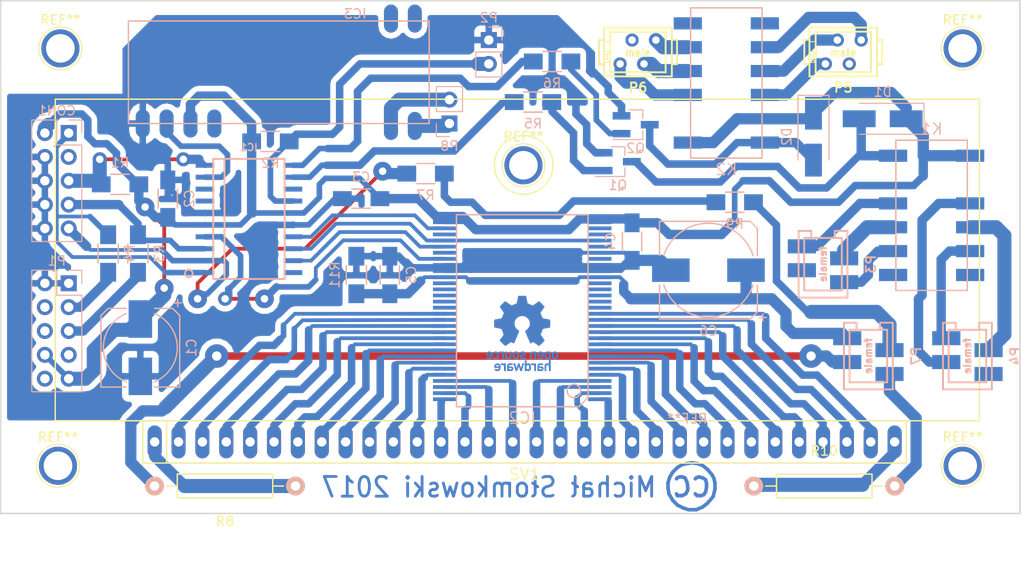
<source format=kicad_pcb>
(kicad_pcb (version 4) (host pcbnew 4.0.5)
  (title_block (date 2017-01-12) (rev 1))
  (layers (0 F.Cu signal) (31 B.Cu signal) (34 B.Paste user) (35 F.Paste user) (36 B.SilkS user) (37 F.SilkS user) (38 B.Mask user) (39 F.Mask user) (44 Edge.Cuts user))
  (net 0 "")
  (net 1 +5V)
  (net 2 GND)
  (net 3 +36V)
  (net 4 /MOSI_SDA)
  (net 5 /RST)
  (net 6 /SCK_SCL)
  (net 7 "Net-(P1-Pad3)")
  (net 8 "Net-(P1-Pad5)")
  (net 9 "Net-(D1-Pad2)")
  (net 10 "Net-(K1-Pad10)")
  (net 11 "Net-(K1-Pad3)")
  (net 12 "Net-(K1-Pad9)")
  (net 13 "Net-(K1-Pad4)")
  (net 14 "Net-(K1-Pad8)")
  (net 15 "Net-(K1-Pad5)")
  (net 16 "Net-(Q1-Pad1)")
  (net 17 "Net-(R10-Pad1)")
  (net 18 /dotDOWN)
  (net 19 /dotPM)
  (net 20 /dotAM)
  (net 21 /1segF)
  (net 22 /1segG)
  (net 23 /1segAED)
  (net 24 /1segC)
  (net 25 /1segB)
  (net 26 /2segF)
  (net 27 /2segG)
  (net 28 /2segA)
  (net 29 /2segB)
  (net 30 /2segD)
  (net 31 /2segC)
  (net 32 /2segE)
  (net 33 /GRID)
  (net 34 /3segF)
  (net 35 /3segG)
  (net 36 /3segAD)
  (net 37 /3segB)
  (net 38 /3segE)
  (net 39 /3segC)
  (net 40 /4segF)
  (net 41 /4segG)
  (net 42 /4segA)
  (net 43 /4segB)
  (net 44 /4segE)
  (net 45 /4segC)
  (net 46 /4segD)
  (net 47 "Net-(D2-Pad2)")
  (net 48 "Net-(K2-Pad10)")
  (net 49 "Net-(K2-Pad3)")
  (net 50 "Net-(K2-Pad9)")
  (net 51 "Net-(K2-Pad4)")
  (net 52 "Net-(K2-Pad8)")
  (net 53 "Net-(K2-Pad5)")
  (net 54 "Net-(Q2-Pad1)")
  (net 55 /1WIRE)
  (net 56 "Net-(P7-Pad4)")
  (net 57 "Net-(P7-Pad2)")
  (net 58 "Net-(R7-Pad2)")
  (net 59 "Net-(R8-Pad1)")
  (net 60 /dotUP)
  (net 61 /CL)
  (net 62 /STB)
  (net 63 /CK)
  (net 64 /S-IN)
  (net 65 /REL1)
  (net 66 /REL2)
  (net 67 "Net-(P7-Pad3)")
  (net 68 /MISO_GAUGE)
  (net 69 /RADIO)
  (net 70 "Net-(IC3-Pad2)")
  (net 71 "Net-(IC3-Pad1)")
  (module futaba-vfd:futaba-vfd-5-LT-02 (layer F.Cu) (at 86.995 62.738)
    (fp_text reference SV1 (at 0 3.45) (layer F.SilkS) (effects (font (size 1.2 1.2))))
    (fp_text value 5-LT-02M)
    (pad 1 thru_hole oval (at -39.37 0) (size 1.5 3.5) (drill 1) (layers *.Cu *.Mask) (net 59 "Net-(R8-Pad1)"))
    (pad 2 thru_hole oval (at -36.83 0) (size 1.5 3.5) (drill 1) (layers *.Cu *.Mask) (net 60 /dotUP))
    (pad 3 thru_hole oval (at -34.29 0) (size 1.5 3.5) (drill 1) (layers *.Cu *.Mask) (net 18 /dotDOWN))
    (pad 4 thru_hole oval (at -31.75 0) (size 1.5 3.5) (drill 1) (layers *.Cu *.Mask) (net 19 /dotPM))
    (pad 5 thru_hole oval (at -29.21 0) (size 1.5 3.5) (drill 1) (layers *.Cu *.Mask) (net 20 /dotAM))
    (pad 6 thru_hole oval (at -26.67 0) (size 1.5 3.5) (drill 1) (layers *.Cu *.Mask) (net 21 /1segF))
    (pad 7 thru_hole oval (at -24.13 0) (size 1.5 3.5) (drill 1) (layers *.Cu *.Mask) (net 22 /1segG))
    (pad 8 thru_hole oval (at -21.59 0) (size 1.5 3.5) (drill 1) (layers *.Cu *.Mask) (net 23 /1segAED))
    (pad 9 thru_hole oval (at -19.05 0) (size 1.5 3.5) (drill 1) (layers *.Cu *.Mask) (net 24 /1segC))
    (pad 10 thru_hole oval (at -16.51 0) (size 1.5 3.5) (drill 1) (layers *.Cu *.Mask) (net 25 /1segB))
    (pad 11 thru_hole oval (at -13.97 0) (size 1.5 3.5) (drill 1) (layers *.Cu *.Mask) (net 26 /2segF))
    (pad 12 thru_hole oval (at -11.43 0) (size 1.5 3.5) (drill 1) (layers *.Cu *.Mask) (net 27 /2segG))
    (pad 13 thru_hole oval (at -8.89 0) (size 1.5 3.5) (drill 1) (layers *.Cu *.Mask) (net 28 /2segA))
    (pad 14 thru_hole oval (at -6.35 0) (size 1.5 3.5) (drill 1) (layers *.Cu *.Mask) (net 29 /2segB))
    (pad 15 thru_hole oval (at -3.81 0) (size 1.5 3.5) (drill 1) (layers *.Cu *.Mask) (net 30 /2segD))
    (pad 16 thru_hole oval (at -1.27 0) (size 1.5 3.5) (drill 1) (layers *.Cu *.Mask) (net 31 /2segC))
    (pad 17 thru_hole oval (at 1.27 0) (size 1.5 3.5) (drill 1) (layers *.Cu *.Mask) (net 32 /2segE))
    (pad 18 thru_hole oval (at 3.81 0) (size 1.5 3.5) (drill 1) (layers *.Cu *.Mask) (net 33 /GRID))
    (pad 19 thru_hole oval (at 6.35 0) (size 1.5 3.5) (drill 1) (layers *.Cu *.Mask) (net 34 /3segF))
    (pad 20 thru_hole oval (at 8.89 0) (size 1.5 3.5) (drill 1) (layers *.Cu *.Mask) (net 35 /3segG))
    (pad 21 thru_hole oval (at 11.43 0) (size 1.5 3.5) (drill 1) (layers *.Cu *.Mask) (net 36 /3segAD))
    (pad 22 thru_hole oval (at 13.97 0) (size 1.5 3.5) (drill 1) (layers *.Cu *.Mask) (net 37 /3segB))
    (pad 23 thru_hole oval (at 16.51 0) (size 1.5 3.5) (drill 1) (layers *.Cu *.Mask) (net 38 /3segE))
    (pad 24 thru_hole oval (at 19.05 0) (size 1.5 3.5) (drill 1) (layers *.Cu *.Mask) (net 39 /3segC))
    (pad 25 thru_hole oval (at 21.59 0) (size 1.5 3.5) (drill 1) (layers *.Cu *.Mask) (net 40 /4segF))
    (pad 26 thru_hole oval (at 24.13 0) (size 1.5 3.5) (drill 1) (layers *.Cu *.Mask) (net 41 /4segG))
    (pad 27 thru_hole oval (at 26.67 0) (size 1.5 3.5) (drill 1) (layers *.Cu *.Mask) (net 42 /4segA))
    (pad 28 thru_hole oval (at 29.21 0) (size 1.5 3.5) (drill 1) (layers *.Cu *.Mask) (net 43 /4segB))
    (pad 29 thru_hole oval (at 31.75 0) (size 1.5 3.5) (drill 1) (layers *.Cu *.Mask) (net 44 /4segE))
    (pad 30 thru_hole oval (at 34.29 0) (size 1.5 3.5) (drill 1) (layers *.Cu *.Mask) (net 45 /4segC))
    (pad 31 thru_hole oval (at 36.83 0) (size 1.5 3.5) (drill 1) (layers *.Cu *.Mask) (net 46 /4segD))
    (pad 32 thru_hole oval (at 39.37 0) (size 1.5 3.5) (drill 1) (layers *.Cu *.Mask) (net 17 "Net-(R10-Pad1)"))
  )
  (module soic:SOIC20 (layer B.Cu) (at 57.658 38.989)
    (fp_text reference IC1 (at 0 -7.62) (layer B.SilkS) (effects (font (size 0.762 0.762) (thickness 0.1524)) (justify mirror)))
    (fp_text value ATTINY26-S hide)
    (pad 1 smd rect (at -4.685 5.715) (size 1.98 0.53) (layers B.Cu B.Paste B.Mask) (net 4 /MOSI_SDA))
    (pad 2 smd rect (at -4.685 4.445) (size 1.98 0.53) (layers B.Cu B.Paste B.Mask) (net 68 /MISO_GAUGE))
    (pad 3 smd rect (at -4.685 3.175) (size 1.98 0.53) (layers B.Cu B.Paste B.Mask) (net 6 /SCK_SCL))
    (pad 4 smd rect (at -4.685 1.905) (size 1.98 0.53) (layers B.Cu B.Paste B.Mask) (net 61 /CL))
    (pad 5 smd rect (at -4.685 0.635) (size 1.98 0.53) (layers B.Cu B.Paste B.Mask) (net 1 +5V))
    (pad 6 smd rect (at -4.685 -0.635) (size 1.98 0.53) (layers B.Cu B.Paste B.Mask) (net 2 GND))
    (pad 7 smd rect (at -4.685 -1.905) (size 1.98 0.53) (layers B.Cu B.Paste B.Mask))
    (pad 8 smd rect (at -4.685 -3.175) (size 1.98 0.53) (layers B.Cu B.Paste B.Mask))
    (pad 9 smd rect (at -4.685 -4.445) (size 1.98 0.53) (layers B.Cu B.Paste B.Mask) (net 69 /RADIO))
    (pad 10 smd rect (at -4.685 -5.715) (size 1.98 0.53) (layers B.Cu B.Paste B.Mask) (net 5 /RST))
    (pad 11 smd rect (at 4.685 -5.715) (size 1.98 0.53) (layers B.Cu B.Paste B.Mask) (net 66 /REL2))
    (pad 12 smd rect (at 4.685 -4.445) (size 1.98 0.53) (layers B.Cu B.Paste B.Mask) (net 65 /REL1))
    (pad 13 smd rect (at 4.685 -3.175) (size 1.98 0.53) (layers B.Cu B.Paste B.Mask))
    (pad 14 smd rect (at 4.685 -1.905) (size 1.98 0.53) (layers B.Cu B.Paste B.Mask) (net 55 /1WIRE))
    (pad 15 smd rect (at 4.685 -0.635) (size 1.98 0.53) (layers B.Cu B.Paste B.Mask) (net 1 +5V))
    (pad 16 smd rect (at 4.685 0.635) (size 1.98 0.53) (layers B.Cu B.Paste B.Mask) (net 2 GND))
    (pad 17 smd rect (at 4.685 1.905) (size 1.98 0.53) (layers B.Cu B.Paste B.Mask) (net 64 /S-IN))
    (pad 18 smd rect (at 4.685 3.175) (size 1.98 0.53) (layers B.Cu B.Paste B.Mask) (net 63 /CK))
    (pad 19 smd rect (at 4.685 4.445) (size 1.98 0.53) (layers B.Cu B.Paste B.Mask) (net 62 /STB))
    (pad 20 smd rect (at 4.685 5.715) (size 1.98 0.53) (layers B.Cu B.Paste B.Mask))
  )
  (module Pin_Headers:Pin_Header_Straight_2x05_Pitch2.54mm (layer B.Cu) (at 38.481 45.847 180)
    (fp_text reference P1 (at 1.27 2.39 180) (layer B.SilkS) (effects (justify mirror)))
    (fp_text value CONN_02X05)
    (pad 1 thru_hole rect (at 0 0 180) (size 1.7 1.7) (drill 1) (layers *.Cu *.Mask) (net 2 GND))
    (pad 2 thru_hole oval (at 2.54 0 180) (size 1.7 1.7) (drill 1) (layers *.Cu *.Mask) (net 2 GND))
    (pad 3 thru_hole oval (at 0 -2.54 180) (size 1.7 1.7) (drill 1) (layers *.Cu *.Mask) (net 7 "Net-(P1-Pad3)"))
    (pad 4 thru_hole oval (at 2.54 -2.54 180) (size 1.7 1.7) (drill 1) (layers *.Cu *.Mask))
    (pad 5 thru_hole oval (at 0 -5.08 180) (size 1.7 1.7) (drill 1) (layers *.Cu *.Mask) (net 8 "Net-(P1-Pad5)"))
    (pad 6 thru_hole oval (at 2.54 -5.08 180) (size 1.7 1.7) (drill 1) (layers *.Cu *.Mask))
    (pad 7 thru_hole oval (at 0 -7.62 180) (size 1.7 1.7) (drill 1) (layers *.Cu *.Mask))
    (pad 8 thru_hole oval (at 2.54 -7.62 180) (size 1.7 1.7) (drill 1) (layers *.Cu *.Mask) (net 1 +5V))
    (pad 9 thru_hole oval (at 0 -10.16 180) (size 1.7 1.7) (drill 1) (layers *.Cu *.Mask) (net 1 +5V))
    (pad 10 thru_hole oval (at 2.54 -10.16 180) (size 1.7 1.7) (drill 1) (layers *.Cu *.Mask))
  )
  (module Capacitors_SMD:c_elec_8x10 (layer B.Cu) (at 46.101 52.705 270)
    (fp_text reference C1 (at 0 -5.4483 270) (layer B.SilkS) (effects (justify mirror)))
    (fp_text value 47u)
    (fp_text user + (at -4.7752 -3.8989 270) (layer B.SilkS) (effects (justify mirror)))
    (pad 1 smd rect (at -3.05 0 90) (size 4 2.5) (layers B.Cu B.Paste B.Mask) (net 1 +5V))
    (pad 2 smd rect (at 3.05 0 90) (size 4 2.5) (layers B.Cu B.Paste B.Mask) (net 2 GND))
  )
  (module Capacitors_SMD:C_1206_HandSoldering (layer B.Cu) (at 49.022 36.83 90)
    (fp_text reference C2 (at 0 2.3 90) (layer B.SilkS) (effects (justify mirror)))
    (fp_text value 100n)
    (pad 1 smd rect (at -2 0 90) (size 2 1.6) (layers B.Cu B.Paste B.Mask) (net 1 +5V))
    (pad 2 smd rect (at 2 0 90) (size 2 1.6) (layers B.Cu B.Paste B.Mask) (net 2 GND))
  )
  (module Capacitors_SMD:C_1206_HandSoldering (layer B.Cu) (at 98.425 41.402 270)
    (fp_text reference C4 (at 0 2.3 270) (layer B.SilkS) (effects (justify mirror)))
    (fp_text value 100n)
    (pad 1 smd rect (at -2 0 270) (size 2 1.6) (layers B.Cu B.Paste B.Mask) (net 1 +5V))
    (pad 2 smd rect (at 2 0 270) (size 2 1.6) (layers B.Cu B.Paste B.Mask) (net 2 GND))
  )
  (module Capacitors_SMD:C_1206_HandSoldering (layer B.Cu) (at 72.644 44.958 90)
    (fp_text reference C5 (at 0 2.3 90) (layer B.SilkS) (effects (justify mirror)))
    (fp_text value 100n)
    (pad 1 smd rect (at -2 0 90) (size 2 1.6) (layers B.Cu B.Paste B.Mask) (net 3 +36V))
    (pad 2 smd rect (at 2 0 90) (size 2 1.6) (layers B.Cu B.Paste B.Mask) (net 2 GND))
  )
  (module Pin_Headers:Pin_Header_Straight_2x05_Pitch2.54mm (layer B.Cu) (at 38.481 29.845 180)
    (fp_text reference CON1 (at 1.27 2.39 180) (layer B.SilkS) (effects (justify mirror)))
    (fp_text value AVR-ISP-10)
    (pad 1 thru_hole rect (at 0 0 180) (size 1.7 1.7) (drill 1) (layers *.Cu *.Mask) (net 4 /MOSI_SDA))
    (pad 2 thru_hole oval (at 2.54 0 180) (size 1.7 1.7) (drill 1) (layers *.Cu *.Mask) (net 1 +5V))
    (pad 3 thru_hole oval (at 0 -2.54 180) (size 1.7 1.7) (drill 1) (layers *.Cu *.Mask))
    (pad 4 thru_hole oval (at 2.54 -2.54 180) (size 1.7 1.7) (drill 1) (layers *.Cu *.Mask) (net 2 GND))
    (pad 5 thru_hole oval (at 0 -5.08 180) (size 1.7 1.7) (drill 1) (layers *.Cu *.Mask) (net 5 /RST))
    (pad 6 thru_hole oval (at 2.54 -5.08 180) (size 1.7 1.7) (drill 1) (layers *.Cu *.Mask) (net 2 GND))
    (pad 7 thru_hole oval (at 0 -7.62 180) (size 1.7 1.7) (drill 1) (layers *.Cu *.Mask) (net 6 /SCK_SCL))
    (pad 8 thru_hole oval (at 2.54 -7.62 180) (size 1.7 1.7) (drill 1) (layers *.Cu *.Mask) (net 2 GND))
    (pad 9 thru_hole oval (at 0 -10.16 180) (size 1.7 1.7) (drill 1) (layers *.Cu *.Mask) (net 68 /MISO_GAUGE))
    (pad 10 thru_hole oval (at 2.54 -10.16 180) (size 1.7 1.7) (drill 1) (layers *.Cu *.Mask) (net 2 GND))
  )
  (module V23079:V23098-SMT-long (layer B.Cu) (at 130.302 38.608 270)
    (fp_text reference K1 (at -9.2 0 540) (layer B.SilkS) (effects (font (size 1.2 1.2)) (justify mirror)))
    (fp_text value V23079)
    (pad 12 smd rect (at -6.35 4.1 270) (size 1.3 3) (layers B.Cu B.Paste B.Mask) (net 9 "Net-(D1-Pad2)"))
    (pad 1 smd rect (at -6.35 -4.1 270) (size 1.3 3) (layers B.Cu B.Paste B.Mask) (net 1 +5V))
    (pad 10 smd rect (at -1.27 4.1 270) (size 1.3 3) (layers B.Cu B.Paste B.Mask) (net 10 "Net-(K1-Pad10)"))
    (pad 3 smd rect (at -1.27 -4.1 270) (size 1.3 3) (layers B.Cu B.Paste B.Mask) (net 11 "Net-(K1-Pad3)"))
    (pad 9 smd rect (at 1.27 4.1 270) (size 1.3 3) (layers B.Cu B.Paste B.Mask) (net 12 "Net-(K1-Pad9)"))
    (pad 4 smd rect (at 1.27 -4.1 270) (size 1.3 3) (layers B.Cu B.Paste B.Mask) (net 13 "Net-(K1-Pad4)"))
    (pad 8 smd rect (at 3.81 4.1 270) (size 1.3 3) (layers B.Cu B.Paste B.Mask) (net 14 "Net-(K1-Pad8)"))
    (pad 5 smd rect (at 3.81 -4.1 270) (size 1.3 3) (layers B.Cu B.Paste B.Mask) (net 15 "Net-(K1-Pad5)"))
    (pad 7 smd rect (at 6.35 4.1 270) (size 1.3 3) (layers B.Cu B.Paste B.Mask))
    (pad 6 smd rect (at 6.35 -4.1 270) (size 1.3 3) (layers B.Cu B.Paste B.Mask))
  )
  (module Resistors_SMD:R_1206_HandSoldering (layer B.Cu) (at 43.942 35.306 180)
    (fp_text reference R1 (at 0 2.3 180) (layer B.SilkS) (effects (justify mirror)))
    (fp_text value 10k)
    (pad 1 smd rect (at -2 0 180) (size 2 1.7) (layers B.Cu B.Paste B.Mask) (net 1 +5V))
    (pad 2 smd rect (at 2 0 180) (size 2 1.7) (layers B.Cu B.Paste B.Mask) (net 5 /RST))
  )
  (module Resistors_SMD:R_1206_HandSoldering (layer B.Cu) (at 59.944 30.734)
    (fp_text reference R2 (at 0 2.3) (layer B.SilkS) (effects (justify mirror)))
    (fp_text value 4k7)
    (pad 1 smd rect (at -2 0) (size 2 1.7) (layers B.Cu B.Paste B.Mask) (net 1 +5V))
    (pad 2 smd rect (at 2 0) (size 2 1.7) (layers B.Cu B.Paste B.Mask) (net 55 /1WIRE))
  )
  (module Resistors_SMD:R_1206_HandSoldering (layer B.Cu) (at 45.847 42.672 90)
    (fp_text reference R3 (at 0 2.3 90) (layer B.SilkS) (effects (justify mirror)))
    (fp_text value 220)
    (pad 1 smd rect (at -2 0 90) (size 2 1.7) (layers B.Cu B.Paste B.Mask) (net 8 "Net-(P1-Pad5)"))
    (pad 2 smd rect (at 2 0 90) (size 2 1.7) (layers B.Cu B.Paste B.Mask) (net 6 /SCK_SCL))
  )
  (module Resistors_SMD:R_1206_HandSoldering (layer B.Cu) (at 89.916 22.225)
    (fp_text reference R6 (at 0 2.3) (layer B.SilkS) (effects (justify mirror)))
    (fp_text value 1k)
    (pad 1 smd rect (at -2 0) (size 2 1.7) (layers B.Cu B.Paste B.Mask) (net 66 /REL2))
    (pad 2 smd rect (at 2 0) (size 2 1.7) (layers B.Cu B.Paste B.Mask) (net 54 "Net-(Q2-Pad1)"))
  )
  (module Resistors_SMD:R_1206_HandSoldering (layer B.Cu) (at 76.454 34.163)
    (fp_text reference R7 (at 0 2.3) (layer B.SilkS) (effects (justify mirror)))
    (fp_text value 4k7)
    (pad 1 smd rect (at -2 0) (size 2 1.7) (layers B.Cu B.Paste B.Mask) (net 68 /MISO_GAUGE))
    (pad 2 smd rect (at 2 0) (size 2 1.7) (layers B.Cu B.Paste B.Mask) (net 58 "Net-(R7-Pad2)"))
  )
  (module Diodes_SMD:SMA_Handsoldering (layer B.Cu) (at 125.095 28.321 180)
    (fp_text reference D1 (at 0 2.85 180) (layer B.SilkS) (effects (justify mirror)))
    (fp_text value D)
    (pad 1 smd rect (at -2.5 0 180) (size 3.5 1.8) (layers B.Cu B.Paste B.Mask) (net 1 +5V))
    (pad 2 smd rect (at 2.5 0 180) (size 3.5 1.8) (layers B.Cu B.Paste B.Mask) (net 9 "Net-(D1-Pad2)"))
  )
  (module micro-MaTch:0-188275-4_SMD_4-pin_female (layer B.Cu) (at 118.745 43.815 90)
    (fp_text reference P3 (at 0 5.1 90) (layer B.SilkS) (effects (font (thickness 0.2)) (justify mirror)))
    (fp_text value CONN_01X04 hide)
    (fp_text user female (at 0 0 90) (layer B.SilkS) (effects (font (size 0.75 0.75) (thickness 0.1875)) (justify mirror)))
    (pad 4 smd rect (at -1.91 2.25 90) (size 1.5 3) (layers B.Cu B.Paste B.Mask) (net 14 "Net-(K1-Pad8)"))
    (pad 2 smd rect (at 0.63 2.25 90) (size 1.5 3) (layers B.Cu B.Paste B.Mask) (net 12 "Net-(K1-Pad9)"))
    (pad 3 smd rect (at -0.64 -2.25 90) (size 1.5 3) (layers B.Cu B.Paste B.Mask))
    (pad 1 smd rect (at 1.9 -2.25 90) (size 1.5 3) (layers B.Cu B.Paste B.Mask) (net 10 "Net-(K1-Pad10)"))
  )
  (module TO_SOT_Packages_SMD:SOT-23_Handsoldering (layer B.Cu) (at 96.901 32.893)
    (fp_text reference Q1 (at 0 2.5) (layer B.SilkS) (effects (justify mirror)))
    (fp_text value BC849)
    (pad 1 smd rect (at -1.5 0.95) (size 1.9 0.8) (layers B.Cu B.Paste B.Mask) (net 16 "Net-(Q1-Pad1)"))
    (pad 2 smd rect (at -1.5 -0.95) (size 1.9 0.8) (layers B.Cu B.Paste B.Mask) (net 2 GND))
    (pad 3 smd rect (at 1.5 0) (size 1.9 0.8) (layers B.Cu B.Paste B.Mask) (net 9 "Net-(D1-Pad2)"))
  )
  (module Resistors_SMD:R_1206_HandSoldering (layer B.Cu) (at 109.347 37.211)
    (fp_text reference R9 (at 0 2.3) (layer B.SilkS) (effects (justify mirror)))
    (fp_text value 4k7)
    (pad 1 smd rect (at -2 0) (size 2 1.7) (layers B.Cu B.Paste B.Mask) (net 58 "Net-(R7-Pad2)"))
    (pad 2 smd rect (at 2 0) (size 2 1.7) (layers B.Cu B.Paste B.Mask) (net 57 "Net-(P7-Pad2)"))
  )
  (module micro-MaTch:0-188275-4_SMD_4-pin_female (layer B.Cu) (at 134.112 53.594 90)
    (fp_text reference P4 (at 0 5.1 90) (layer B.SilkS) (effects (font (thickness 0.2)) (justify mirror)))
    (fp_text value CONN_01X04 hide)
    (fp_text user female (at 0 0 90) (layer B.SilkS) (effects (font (size 0.75 0.75) (thickness 0.1875)) (justify mirror)))
    (pad 4 smd rect (at -1.91 2.25 90) (size 1.5 3) (layers B.Cu B.Paste B.Mask))
    (pad 2 smd rect (at 0.63 2.25 90) (size 1.5 3) (layers B.Cu B.Paste B.Mask) (net 13 "Net-(K1-Pad4)"))
    (pad 3 smd rect (at -0.64 -2.25 90) (size 1.5 3) (layers B.Cu B.Paste B.Mask) (net 11 "Net-(K1-Pad3)"))
    (pad 1 smd rect (at 1.9 -2.25 90) (size 1.5 3) (layers B.Cu B.Paste B.Mask) (net 15 "Net-(K1-Pad5)"))
  )
  (module Diodes_SMD:SMA_Handsoldering (layer B.Cu) (at 117.729 30.226 270)
    (fp_text reference D2 (at 0 2.85 270) (layer B.SilkS) (effects (justify mirror)))
    (fp_text value D)
    (pad 1 smd rect (at -2.5 0 270) (size 3.5 1.8) (layers B.Cu B.Paste B.Mask) (net 1 +5V))
    (pad 2 smd rect (at 2.5 0 270) (size 3.5 1.8) (layers B.Cu B.Paste B.Mask) (net 47 "Net-(D2-Pad2)"))
  )
  (module V23079:V23098-SMT-long (layer B.Cu) (at 108.458 24.511 90)
    (fp_text reference K2 (at -9.2 0 360) (layer B.SilkS) (effects (font (size 1.2 1.2)) (justify mirror)))
    (fp_text value V23079)
    (pad 12 smd rect (at -6.35 4.1 90) (size 1.3 3) (layers B.Cu B.Paste B.Mask) (net 47 "Net-(D2-Pad2)"))
    (pad 1 smd rect (at -6.35 -4.1 90) (size 1.3 3) (layers B.Cu B.Paste B.Mask) (net 1 +5V))
    (pad 10 smd rect (at -1.27 4.1 90) (size 1.3 3) (layers B.Cu B.Paste B.Mask) (net 48 "Net-(K2-Pad10)"))
    (pad 3 smd rect (at -1.27 -4.1 90) (size 1.3 3) (layers B.Cu B.Paste B.Mask) (net 49 "Net-(K2-Pad3)"))
    (pad 9 smd rect (at 1.27 4.1 90) (size 1.3 3) (layers B.Cu B.Paste B.Mask) (net 50 "Net-(K2-Pad9)"))
    (pad 4 smd rect (at 1.27 -4.1 90) (size 1.3 3) (layers B.Cu B.Paste B.Mask) (net 51 "Net-(K2-Pad4)"))
    (pad 8 smd rect (at 3.81 4.1 90) (size 1.3 3) (layers B.Cu B.Paste B.Mask) (net 52 "Net-(K2-Pad8)"))
    (pad 5 smd rect (at 3.81 -4.1 90) (size 1.3 3) (layers B.Cu B.Paste B.Mask) (net 53 "Net-(K2-Pad5)"))
    (pad 7 smd rect (at 6.35 4.1 90) (size 1.3 3) (layers B.Cu B.Paste B.Mask))
    (pad 6 smd rect (at 6.35 -4.1 90) (size 1.3 3) (layers B.Cu B.Paste B.Mask))
  )
  (module TO_SOT_Packages_SMD:SOT-23_Handsoldering (layer B.Cu) (at 98.806 28.956)
    (fp_text reference Q2 (at 0 2.5) (layer B.SilkS) (effects (justify mirror)))
    (fp_text value BC849)
    (pad 1 smd rect (at -1.5 0.95) (size 1.9 0.8) (layers B.Cu B.Paste B.Mask) (net 54 "Net-(Q2-Pad1)"))
    (pad 2 smd rect (at -1.5 -0.95) (size 1.9 0.8) (layers B.Cu B.Paste B.Mask) (net 2 GND))
    (pad 3 smd rect (at 1.5 0) (size 1.9 0.8) (layers B.Cu B.Paste B.Mask) (net 47 "Net-(D2-Pad2)"))
  )
  (module Capacitors_SMD:C_1206_HandSoldering (layer B.Cu) (at 69.596 36.83 180)
    (fp_text reference C3 (at 0 2.3 180) (layer B.SilkS) (effects (justify mirror)))
    (fp_text value 100n)
    (pad 1 smd rect (at -2 0 180) (size 2 1.6) (layers B.Cu B.Paste B.Mask) (net 1 +5V))
    (pad 2 smd rect (at 2 0 180) (size 2 1.6) (layers B.Cu B.Paste B.Mask) (net 2 GND))
  )
  (module Capacitors_SMD:c_elec_10x10 (layer B.Cu) (at 106.553 44.45 180)
    (fp_text reference C6 (at 0 -6.4643 180) (layer B.SilkS) (effects (justify mirror)))
    (fp_text value 220u)
    (fp_text user + (at -5.7785 -4.9657 180) (layer B.SilkS) (effects (justify mirror)))
    (pad 1 smd rect (at -4 0) (size 4 2.5) (layers B.Cu B.Paste B.Mask) (net 3 +36V))
    (pad 2 smd rect (at 4 0) (size 4 2.5) (layers B.Cu B.Paste B.Mask) (net 2 GND))
  )
  (module TD62C950RF:TD62C950RF-SSOP60-P-0.65A (layer B.Cu) (at 86.741 48.768 90)
    (fp_text reference IC2 (at -11.425 0 360) (layer B.SilkS) (effects (font (size 1.2 1.2)) (justify mirror)))
    (fp_text value TD62C950RF)
    (pad 1 smd rect (at -9.425 8.25 90) (size 0.4 2.5) (layers B.Cu B.Paste B.Mask) (net 35 /3segG))
    (pad 60 smd rect (at -9.425 -8.25 90) (size 0.4 2.5) (layers B.Cu B.Paste B.Mask) (net 28 /2segA))
    (pad 2 smd rect (at -8.775 8.25 90) (size 0.4 2.5) (layers B.Cu B.Paste B.Mask) (net 34 /3segF))
    (pad 59 smd rect (at -8.775 -8.25 90) (size 0.4 2.5) (layers B.Cu B.Paste B.Mask) (net 29 /2segB))
    (pad 3 smd rect (at -8.125 8.25 90) (size 0.4 2.5) (layers B.Cu B.Paste B.Mask) (net 33 /GRID))
    (pad 58 smd rect (at -8.125 -8.25 90) (size 0.4 2.5) (layers B.Cu B.Paste B.Mask) (net 30 /2segD))
    (pad 4 smd rect (at -7.475 8.25 90) (size 0.4 2.5) (layers B.Cu B.Paste B.Mask) (net 32 /2segE))
    (pad 57 smd rect (at -7.475 -8.25 90) (size 0.4 2.5) (layers B.Cu B.Paste B.Mask) (net 31 /2segC))
    (pad 5 smd rect (at -6.825 8.25 90) (size 0.4 2.5) (layers B.Cu B.Paste B.Mask) (net 36 /3segAD))
    (pad 56 smd rect (at -6.825 -8.25 90) (size 0.4 2.5) (layers B.Cu B.Paste B.Mask) (net 27 /2segG))
    (pad 6 smd rect (at -6.175 8.25 90) (size 0.4 2.5) (layers B.Cu B.Paste B.Mask) (net 37 /3segB))
    (pad 55 smd rect (at -6.175 -8.25 90) (size 0.4 2.5) (layers B.Cu B.Paste B.Mask) (net 26 /2segF))
    (pad 7 smd rect (at -5.525 8.25 90) (size 0.4 2.5) (layers B.Cu B.Paste B.Mask) (net 38 /3segE))
    (pad 54 smd rect (at -5.525 -8.25 90) (size 0.4 2.5) (layers B.Cu B.Paste B.Mask) (net 25 /1segB))
    (pad 8 smd rect (at -4.875 8.25 90) (size 0.4 2.5) (layers B.Cu B.Paste B.Mask) (net 39 /3segC))
    (pad 53 smd rect (at -4.875 -8.25 90) (size 0.4 2.5) (layers B.Cu B.Paste B.Mask) (net 24 /1segC))
    (pad 9 smd rect (at -4.225 8.25 90) (size 0.4 2.5) (layers B.Cu B.Paste B.Mask) (net 40 /4segF))
    (pad 52 smd rect (at -4.225 -8.25 90) (size 0.4 2.5) (layers B.Cu B.Paste B.Mask) (net 23 /1segAED))
    (pad 10 smd rect (at -3.575 8.25 90) (size 0.4 2.5) (layers B.Cu B.Paste B.Mask) (net 41 /4segG))
    (pad 51 smd rect (at -3.575 -8.25 90) (size 0.4 2.5) (layers B.Cu B.Paste B.Mask) (net 22 /1segG))
    (pad 11 smd rect (at -2.925 8.25 90) (size 0.4 2.5) (layers B.Cu B.Paste B.Mask) (net 42 /4segA))
    (pad 50 smd rect (at -2.925 -8.25 90) (size 0.4 2.5) (layers B.Cu B.Paste B.Mask) (net 21 /1segF))
    (pad 12 smd rect (at -2.275 8.25 90) (size 0.4 2.5) (layers B.Cu B.Paste B.Mask) (net 43 /4segB))
    (pad 49 smd rect (at -2.275 -8.25 90) (size 0.4 2.5) (layers B.Cu B.Paste B.Mask) (net 20 /dotAM))
    (pad 13 smd rect (at -1.625 8.25 90) (size 0.4 2.5) (layers B.Cu B.Paste B.Mask) (net 44 /4segE))
    (pad 48 smd rect (at -1.625 -8.25 90) (size 0.4 2.5) (layers B.Cu B.Paste B.Mask) (net 19 /dotPM))
    (pad 14 smd rect (at -0.975 8.25 90) (size 0.4 2.5) (layers B.Cu B.Paste B.Mask) (net 45 /4segC))
    (pad 47 smd rect (at -0.975 -8.25 90) (size 0.4 2.5) (layers B.Cu B.Paste B.Mask) (net 18 /dotDOWN))
    (pad 15 smd rect (at -0.325 8.25 90) (size 0.4 2.5) (layers B.Cu B.Paste B.Mask) (net 46 /4segD))
    (pad 46 smd rect (at -0.325 -8.25 90) (size 0.4 2.5) (layers B.Cu B.Paste B.Mask) (net 60 /dotUP))
    (pad 16 smd rect (at 0.325 8.25 90) (size 0.4 2.5) (layers B.Cu B.Paste B.Mask))
    (pad 45 smd rect (at 0.325 -8.25 90) (size 0.4 2.5) (layers B.Cu B.Paste B.Mask))
    (pad 17 smd rect (at 0.975 8.25 90) (size 0.4 2.5) (layers B.Cu B.Paste B.Mask))
    (pad 44 smd rect (at 0.975 -8.25 90) (size 0.4 2.5) (layers B.Cu B.Paste B.Mask))
    (pad 18 smd rect (at 1.625 8.25 90) (size 0.4 2.5) (layers B.Cu B.Paste B.Mask))
    (pad 43 smd rect (at 1.625 -8.25 90) (size 0.4 2.5) (layers B.Cu B.Paste B.Mask))
    (pad 19 smd rect (at 2.275 8.25 90) (size 0.4 2.5) (layers B.Cu B.Paste B.Mask))
    (pad 42 smd rect (at 2.275 -8.25 90) (size 0.4 2.5) (layers B.Cu B.Paste B.Mask))
    (pad 20 smd rect (at 2.925 8.25 90) (size 0.4 2.5) (layers B.Cu B.Paste B.Mask))
    (pad 41 smd rect (at 2.925 -8.25 90) (size 0.4 2.5) (layers B.Cu B.Paste B.Mask))
    (pad 21 smd rect (at 3.575 8.25 90) (size 0.4 2.5) (layers B.Cu B.Paste B.Mask) (net 3 +36V))
    (pad 40 smd rect (at 3.575 -8.25 90) (size 0.4 2.5) (layers B.Cu B.Paste B.Mask) (net 3 +36V))
    (pad 22 smd rect (at 4.225 8.25 90) (size 0.4 2.5) (layers B.Cu B.Paste B.Mask) (net 2 GND))
    (pad 39 smd rect (at 4.225 -8.25 90) (size 0.4 2.5) (layers B.Cu B.Paste B.Mask) (net 2 GND))
    (pad 23 smd rect (at 4.875 8.25 90) (size 0.4 2.5) (layers B.Cu B.Paste B.Mask) (net 2 GND))
    (pad 38 smd rect (at 4.875 -8.25 90) (size 0.4 2.5) (layers B.Cu B.Paste B.Mask) (net 2 GND))
    (pad 24 smd rect (at 5.525 8.25 90) (size 0.4 2.5) (layers B.Cu B.Paste B.Mask))
    (pad 37 smd rect (at 5.525 -8.25 90) (size 0.4 2.5) (layers B.Cu B.Paste B.Mask) (net 61 /CL))
    (pad 25 smd rect (at 6.175 8.25 90) (size 0.4 2.5) (layers B.Cu B.Paste B.Mask) (net 2 GND))
    (pad 36 smd rect (at 6.175 -8.25 90) (size 0.4 2.5) (layers B.Cu B.Paste B.Mask))
    (pad 26 smd rect (at 6.825 8.25 90) (size 0.4 2.5) (layers B.Cu B.Paste B.Mask))
    (pad 35 smd rect (at 6.825 -8.25 90) (size 0.4 2.5) (layers B.Cu B.Paste B.Mask) (net 62 /STB))
    (pad 27 smd rect (at 7.475 8.25 90) (size 0.4 2.5) (layers B.Cu B.Paste B.Mask) (net 63 /CK))
    (pad 34 smd rect (at 7.475 -8.25 90) (size 0.4 2.5) (layers B.Cu B.Paste B.Mask))
    (pad 28 smd rect (at 8.125 8.25 90) (size 0.4 2.5) (layers B.Cu B.Paste B.Mask))
    (pad 33 smd rect (at 8.125 -8.25 90) (size 0.4 2.5) (layers B.Cu B.Paste B.Mask))
    (pad 29 smd rect (at 8.775 8.25 90) (size 0.4 2.5) (layers B.Cu B.Paste B.Mask))
    (pad 32 smd rect (at 8.775 -8.25 90) (size 0.4 2.5) (layers B.Cu B.Paste B.Mask) (net 64 /S-IN))
    (pad 30 smd rect (at 9.425 8.25 90) (size 0.4 2.5) (layers B.Cu B.Paste B.Mask) (net 1 +5V))
    (pad 31 smd rect (at 9.425 -8.25 90) (size 0.4 2.5) (layers B.Cu B.Paste B.Mask) (net 1 +5V))
  )
  (module micro-MaTch:0-188275-4_SMD_4-pin_female (layer B.Cu) (at 123.571 53.594 90)
    (fp_text reference P7 (at 0 5.1 90) (layer B.SilkS) (effects (font (thickness 0.2)) (justify mirror)))
    (fp_text value CONN_01X04 hide)
    (fp_text user female (at 0 0 90) (layer B.SilkS) (effects (font (size 0.75 0.75) (thickness 0.1875)) (justify mirror)))
    (pad 4 smd rect (at -1.91 2.25 90) (size 1.5 3) (layers B.Cu B.Paste B.Mask) (net 56 "Net-(P7-Pad4)"))
    (pad 2 smd rect (at 0.63 2.25 90) (size 1.5 3) (layers B.Cu B.Paste B.Mask) (net 57 "Net-(P7-Pad2)"))
    (pad 3 smd rect (at -0.64 -2.25 90) (size 1.5 3) (layers B.Cu B.Paste B.Mask) (net 67 "Net-(P7-Pad3)"))
    (pad 1 smd rect (at 1.9 -2.25 90) (size 1.5 3) (layers B.Cu B.Paste B.Mask) (net 3 +36V))
  )
  (module Resistors_SMD:R_1206_HandSoldering (layer B.Cu) (at 42.672 42.672 90)
    (fp_text reference R4 (at 0 2.3 90) (layer B.SilkS) (effects (justify mirror)))
    (fp_text value 220)
    (pad 1 smd rect (at -2 0 90) (size 2 1.7) (layers B.Cu B.Paste B.Mask) (net 7 "Net-(P1-Pad3)"))
    (pad 2 smd rect (at 2 0 90) (size 2 1.7) (layers B.Cu B.Paste B.Mask) (net 4 /MOSI_SDA))
  )
  (module Resistors_SMD:R_1206_HandSoldering (layer B.Cu) (at 87.884 26.543)
    (fp_text reference R5 (at 0 2.3) (layer B.SilkS) (effects (justify mirror)))
    (fp_text value 1k)
    (pad 1 smd rect (at -2 0) (size 2 1.7) (layers B.Cu B.Paste B.Mask) (net 65 /REL1))
    (pad 2 smd rect (at 2 0) (size 2 1.7) (layers B.Cu B.Paste B.Mask) (net 16 "Net-(Q1-Pad1)"))
  )
  (module Pin_Headers:Pin_Header_Straight_1x02_Pitch2.54mm (layer B.Cu) (at 83.185 19.939 180)
    (fp_text reference P2 (at 0 2.39 180) (layer B.SilkS) (effects (justify mirror)))
    (fp_text value CONN_01X02)
    (pad 1 thru_hole rect (at 0 0 180) (size 1.7 1.7) (drill 1) (layers *.Cu *.Mask) (net 2 GND))
    (pad 2 thru_hole oval (at 0 -2.54 180) (size 1.7 1.7) (drill 1) (layers *.Cu *.Mask) (net 55 /1WIRE))
  )
  (module Resistors_SMD:R_1206_HandSoldering (layer B.Cu) (at 69.088 44.958 270)
    (fp_text reference R11 (at 0 2.3 270) (layer B.SilkS) (effects (justify mirror)))
    (fp_text value 100k)
    (pad 1 smd rect (at -2 0 270) (size 2 1.7) (layers B.Cu B.Paste B.Mask) (net 2 GND))
    (pad 2 smd rect (at 2 0 270) (size 2 1.7) (layers B.Cu B.Paste B.Mask) (net 3 +36V))
  )
  (module Resistors_ThroughHole:Resistor_Horizontal_RM15mm (layer F.Cu) (at 62.611 67.437 180)
    (fp_text reference R8 (at 7.5 -3.74904 180) (layer F.SilkS))
    (fp_text value 33)
    (pad 1 thru_hole circle (at 0 0 180) (size 1.99898 1.99898) (drill 1.00076) (layers *.Cu *.SilkS *.Mask) (net 59 "Net-(R8-Pad1)"))
    (pad 2 thru_hole circle (at 15 0 180) (size 1.99898 1.99898) (drill 1.00076) (layers *.Cu *.SilkS *.Mask) (net 67 "Net-(P7-Pad3)"))
  )
  (module Resistors_ThroughHole:Resistor_Horizontal_RM15mm (layer F.Cu) (at 111.379 67.437)
    (fp_text reference R10 (at 7.5 -3.74904) (layer F.SilkS))
    (fp_text value 33)
    (pad 1 thru_hole circle (at 0 0) (size 1.99898 1.99898) (drill 1.00076) (layers *.Cu *.SilkS *.Mask) (net 17 "Net-(R10-Pad1)"))
    (pad 2 thru_hole circle (at 15 0) (size 1.99898 1.99898) (drill 1.00076) (layers *.Cu *.SilkS *.Mask) (net 56 "Net-(P7-Pad4)"))
  )
  (module Connect:1pin (layer F.Cu) (at 133.604 65.278)
    (fp_text reference REF** (at 0 -3.048) (layer F.SilkS))
    (fp_text value 1pin)
    (pad 1 thru_hole circle (at 0 0) (size 4.064 4.064) (drill 3.048) (layers *.Cu *.Mask))
  )
  (module Connect:1pin (layer F.Cu) (at 133.604 20.828)
    (fp_text reference REF** (at 0 -3.048) (layer F.SilkS))
    (fp_text value 1pin)
    (pad 1 thru_hole circle (at 0 0) (size 4.064 4.064) (drill 3.048) (layers *.Cu *.Mask))
  )
  (module Connect:1pin (layer F.Cu) (at 37.592 20.828)
    (fp_text reference REF** (at 0 -3.048) (layer F.SilkS))
    (fp_text value 1pin)
    (pad 1 thru_hole circle (at 0 0) (size 4.064 4.064) (drill 3.048) (layers *.Cu *.Mask))
  )
  (module Connect:1pin (layer F.Cu) (at 37.338 65.278)
    (fp_text reference REF** (at 0 -3.048) (layer F.SilkS))
    (fp_text value 1pin)
    (pad 1 thru_hole circle (at 0 0) (size 4.064 4.064) (drill 3.048) (layers *.Cu *.Mask))
  )
  (module micro-MaTch:0-215464-4_TH_4-pin_male (layer F.Cu) (at 120.904 21.209 180)
    (fp_text reference P5 (at 0 -3.8 180) (layer F.SilkS) (effects (font (thickness 0.2))))
    (fp_text value CONN_01X04 hide)
    (fp_text user male (at 0 -0.07 180) (layer F.SilkS) (effects (font (size 0.75 0.75) (thickness 0.1875))))
    (pad 1 thru_hole circle (at 1.905 -1.27 180) (size 1.4 1.4) (drill 0.8) (layers *.Cu *.Mask) (net 48 "Net-(K2-Pad10)"))
    (pad 2 thru_hole circle (at 0.635 1.27 180) (size 1.4 1.4) (drill 0.8) (layers *.Cu *.Mask) (net 50 "Net-(K2-Pad9)"))
    (pad 3 thru_hole circle (at -0.635 -1.27 180) (size 1.4 1.4) (drill 0.8) (layers *.Cu *.Mask))
    (pad 4 thru_hole circle (at -1.905 1.27 180) (size 1.4 1.4) (drill 0.8) (layers *.Cu *.Mask) (net 52 "Net-(K2-Pad8)"))
  )
  (module micro-MaTch:0-215464-4_TH_4-pin_male (layer F.Cu) (at 99.06 21.209 180)
    (fp_text reference P6 (at 0 -3.8 180) (layer F.SilkS) (effects (font (thickness 0.2))))
    (fp_text value CONN_01X04 hide)
    (fp_text user male (at 0 -0.07 180) (layer F.SilkS) (effects (font (size 0.75 0.75) (thickness 0.1875))))
    (pad 1 thru_hole circle (at 1.905 -1.27 180) (size 1.4 1.4) (drill 0.8) (layers *.Cu *.Mask) (net 49 "Net-(K2-Pad3)"))
    (pad 2 thru_hole circle (at 0.635 1.27 180) (size 1.4 1.4) (drill 0.8) (layers *.Cu *.Mask))
    (pad 3 thru_hole circle (at -0.635 -1.27 180) (size 1.4 1.4) (drill 0.8) (layers *.Cu *.Mask) (net 51 "Net-(K2-Pad4)"))
    (pad 4 thru_hole circle (at -1.905 1.27 180) (size 1.4 1.4) (drill 0.8) (layers *.Cu *.Mask) (net 53 "Net-(K2-Pad5)"))
  )
  (module Connect:1pin (layer F.Cu) (at 86.868 33.274)
    (fp_text reference REF** (at 0 -3.048) (layer F.SilkS))
    (fp_text value 1pin)
    (pad 1 thru_hole circle (at 0 0) (size 4.064 4.064) (drill 3.048) (layers *.Cu *.Mask))
  )
  (module RFM83C_standard:RFM83C_standard (layer B.Cu) (at 76.835 28.829 180)
    (fp_text reference IC3 (at 7.874 11.684 180) (layer B.SilkS) (effects (justify mirror)))
    (fp_text value RFM83C-433S)
    (pad 3 smd oval (at 22.86 0 180) (size 1.5 3) (layers B.Cu B.Paste B.Mask))
    (pad 4 smd oval (at 25.4 0 180) (size 1.5 3) (layers B.Cu B.Paste B.Mask) (net 1 +5V))
    (pad 5 smd oval (at 27.94 0 180) (size 1.5 3) (layers B.Cu B.Paste B.Mask) (net 69 /RADIO))
    (pad 6 smd oval (at 30.48 0 180) (size 1.5 3) (layers B.Cu B.Paste B.Mask) (net 2 GND))
    (pad 7 smd oval (at 4.064 11.176 180) (size 1.5 3) (layers B.Cu B.Paste B.Mask))
    (pad 8 smd oval (at 1.524 11.176 180) (size 1.5 3) (layers B.Cu B.Paste B.Mask))
    (pad 2 smd oval (at 4.064 -0.254 180) (size 1.5 3) (layers B.Cu B.Paste B.Mask) (net 70 "Net-(IC3-Pad2)"))
    (pad 1 smd oval (at 1.524 -0.254 180) (size 1.5 3) (layers B.Cu B.Paste B.Mask) (net 71 "Net-(IC3-Pad1)"))
  )
  (module Pin_Headers:Pin_Header_Straight_1x02_Pitch2.54mm (layer B.Cu) (at 78.994 28.829)
    (fp_text reference P8 (at 0 2.39) (layer B.SilkS) (effects (justify mirror)))
    (fp_text value CONN_01X02)
    (pad 1 thru_hole rect (at 0 0) (size 1.7 1.7) (drill 1) (layers *.Cu *.Mask) (net 71 "Net-(IC3-Pad1)"))
    (pad 2 thru_hole oval (at 0 -2.54) (size 1.7 1.7) (drill 1) (layers *.Cu *.Mask) (net 70 "Net-(IC3-Pad2)"))
  )
  (module Symbols:Symbol_CreativeCommons_CopperTop_Type2_Small (layer B.Cu) (at 104.902 67.564 180)
    (fp_text reference REF** (at 0.59944 7.29996 180) (layer B.SilkS) (effects (justify mirror)))
    (fp_text value Symbol_CreativeCommons_CopperTop_Type2_Small)
    (fp_line (start 1.7502 0.9001) (end 1.65114 0.99916) (layer B.Cu) (width 0.381))
    (fp_line (start 1.65114 0.99916) (end 1.45048 1.10076) (layer B.Cu) (width 0.381))
    (fp_line (start 1.45048 1.10076) (end 1.15076 1.10076) (layer B.Cu) (width 0.381))
    (fp_line (start 1.15076 1.10076) (end 0.85104 0.99916) (layer B.Cu) (width 0.381))
    (fp_line (start 0.85104 0.99916) (end 0.65038 0.60038) (layer B.Cu) (width 0.381))
    (fp_line (start 0.65038 0.60038) (end 0.54878 0.1) (layer B.Cu) (width 0.381))
    (fp_line (start 0.54878 0.1) (end 0.54878 -0.29878) (layer B.Cu) (width 0.381))
    (fp_line (start 0.54878 -0.29878) (end 0.74944 -0.7001) (layer B.Cu) (width 0.381))
    (fp_line (start 0.74944 -0.7001) (end 1.15076 -0.90076) (layer B.Cu) (width 0.381))
    (fp_line (start 1.15076 -0.90076) (end 1.34888 -0.90076) (layer B.Cu) (width 0.381))
    (fp_line (start 1.34888 -0.90076) (end 1.65114 -0.90076) (layer B.Cu) (width 0.381))
    (fp_line (start 1.65114 -0.90076) (end 1.7502 -0.7001) (layer B.Cu) (width 0.381))
    (fp_line (start -0.24878 0.9001) (end -0.35038 0.99916) (layer B.Cu) (width 0.381))
    (fp_line (start -0.35038 0.99916) (end -0.6501 1.10076) (layer B.Cu) (width 0.381))
    (fp_line (start -0.6501 1.10076) (end -1.04888 0.99916) (layer B.Cu) (width 0.381))
    (fp_line (start -1.04888 0.99916) (end -1.35114 0.80104) (layer B.Cu) (width 0.381))
    (fp_line (start -1.35114 0.80104) (end -1.4502 0.39972) (layer B.Cu) (width 0.381))
    (fp_line (start -1.4502 0.39972) (end -1.4502 0.00094) (layer B.Cu) (width 0.381))
    (fp_line (start -1.4502 0.00094) (end -1.35114 -0.49944) (layer B.Cu) (width 0.381))
    (fp_line (start -1.35114 -0.49944) (end -1.15048 -0.79916) (layer B.Cu) (width 0.381))
    (fp_line (start -1.15048 -0.79916) (end -0.85076 -0.90076) (layer B.Cu) (width 0.381))
    (fp_line (start -0.85076 -0.90076) (end -0.44944 -0.90076) (layer B.Cu) (width 0.381))
    (fp_line (start -0.44944 -0.90076) (end -0.24878 -0.7001) (layer B.Cu) (width 0.381))
    (fp_line (start 0.15 2.59936) (end 0.05094 2.59936) (layer B.Cu) (width 0.381))
    (fp_line (start 0.05094 2.59936) (end -0.55104 2.5003) (layer B.Cu) (width 0.381))
    (fp_line (start -0.55104 2.5003) (end -1.04888 2.29964) (layer B.Cu) (width 0.381))
    (fp_line (start -1.04888 2.29964) (end -1.54926 1.90086) (layer B.Cu) (width 0.381))
    (fp_line (start -1.54926 1.90086) (end -2.04964 1.29888) (layer B.Cu) (width 0.381))
    (fp_line (start -2.04964 1.29888) (end -2.2503 0.9001) (layer B.Cu) (width 0.381))
    (fp_line (start -2.2503 0.9001) (end -2.34936 0.39972) (layer B.Cu) (width 0.381))
    (fp_line (start -2.34936 0.39972) (end -2.34936 -0.19972) (layer B.Cu) (width 0.381))
    (fp_line (start -2.34936 -0.19972) (end -2.15124 -0.99982) (layer B.Cu) (width 0.381))
    (fp_line (start -2.15124 -0.99982) (end -1.54926 -1.70086) (layer B.Cu) (width 0.381))
    (fp_line (start -1.54926 -1.70086) (end -1.04888 -2.09964) (layer B.Cu) (width 0.381))
    (fp_line (start -1.04888 -2.09964) (end -0.35038 -2.39936) (layer B.Cu) (width 0.381))
    (fp_line (start -0.35038 -2.39936) (end 0.44972 -2.39936) (layer B.Cu) (width 0.381))
    (fp_line (start 0.44972 -2.39936) (end 1.04916 -2.20124) (layer B.Cu) (width 0.381))
    (fp_line (start 1.04916 -2.20124) (end 1.65114 -1.89898) (layer B.Cu) (width 0.381))
    (fp_line (start 1.65114 -1.89898) (end 2.14898 -1.40114) (layer B.Cu) (width 0.381))
    (fp_line (start 2.14898 -1.40114) (end 2.5503 -0.7001) (layer B.Cu) (width 0.381))
    (fp_line (start 2.5503 -0.7001) (end 2.64936 -0.10066) (layer B.Cu) (width 0.381))
    (fp_line (start 2.64936 -0.10066) (end 2.64936 0.49878) (layer B.Cu) (width 0.381))
    (fp_line (start 2.64936 0.49878) (end 2.45124 1.10076) (layer B.Cu) (width 0.381))
    (fp_line (start 2.45124 1.10076) (end 2.14898 1.60114) (layer B.Cu) (width 0.381))
    (fp_line (start 2.14898 1.60114) (end 1.65114 2.09898) (layer B.Cu) (width 0.381))
    (fp_line (start 1.65114 2.09898) (end 1.15076 2.40124) (layer B.Cu) (width 0.381))
    (fp_line (start 1.15076 2.40124) (end 0.74944 2.5003) (layer B.Cu) (width 0.381))
    (fp_line (start 0.74944 2.5003) (end 0.15 2.59936) (layer B.Cu) (width 0.381))
  )
  (module Symbols:OSHW-Logo_7.5x8mm_Copper (layer B.Cu) (at 86.741 51.181 180)
    (fp_text reference REF*** hide)
    (fp_text value OSHW-Logo_7.5x8mm_Copper hide)
    (fp_poly (pts (xy -2.53664 -1.952468) (xy -2.501408 -1.969874) (xy -2.45796 -2.000206) (xy -2.426294 -2.033283) (xy -2.404606 -2.074817) (xy -2.391097 -2.130522) (xy -2.383962 -2.206111) (xy -2.3814 -2.307296) (xy -2.38125 -2.350797) (xy -2.381688 -2.446135) (xy -2.383504 -2.514271) (xy -2.387455 -2.561418) (xy -2.394298 -2.59379) (xy -2.404789 -2.6176) (xy -2.415704 -2.633843) (xy -2.485381 -2.702952) (xy -2.567434 -2.744521) (xy -2.65595 -2.757023) (xy -2.745019 -2.738934) (xy -2.773237 -2.726142) (xy -2.84079 -2.690931) (xy -2.84079 -3.2427) (xy -2.791488 -3.217205) (xy -2.726527 -3.19748) (xy -2.64668 -3.192427) (xy -2.566948 -3.201756) (xy -2.506735 -3.222714) (xy -2.456792 -3.262627) (xy -2.414119 -3.319741) (xy -2.41091 -3.325605) (xy -2.397378 -3.353227) (xy -2.387495 -3.381068) (xy -2.380691 -3.414794) (xy -2.376399 -3.460071) (xy -2.374049 -3.522562) (xy -2.373072 -3.607935) (xy -2.372895 -3.70401) (xy -2.372895 -4.010526) (xy -2.556711 -4.010526) (xy -2.556711 -3.445339) (xy -2.608125 -3.402077) (xy -2.661534 -3.367472) (xy -2.712112 -3.36118) (xy -2.76297 -3.377372) (xy -2.790075 -3.393227) (xy -2.810249 -3.41581) (xy -2.824597 -3.44994) (xy -2.834224 -3.500434) (xy -2.840237 -3.572111) (xy -2.84374 -3.669788) (xy -2.844974 -3.734802) (xy -2.849145 -4.002171) (xy -2.936875 -4.007222) (xy -3.024606 -4.012273) (xy -3.024606 -2.353101) (xy -2.84079 -2.353101) (xy -2.836104 -2.4456) (xy -2.820312 -2.509809) (xy -2.790817 -2.549759) (xy -2.74502 -2.56948) (xy -2.69875 -2.573421) (xy -2.646372 -2.568892) (xy -2.61161 -2.551069) (xy -2.589872 -2.527519) (xy -2.57276 -2.502189) (xy -2.562573 -2.473969) (xy -2.55804 -2.434431) (xy -2.557891 -2.375142) (xy -2.559416 -2.325498) (xy -2.562919 -2.25071) (xy -2.568133 -2.201611) (xy -2.576913 -2.170467) (xy -2.591114 -2.149545) (xy -2.604516 -2.137452) (xy -2.660513 -2.111081) (xy -2.726789 -2.106822) (xy -2.764844 -2.115906) (xy -2.802523 -2.148196) (xy -2.827481 -2.211006) (xy -2.839578 -2.303894) (xy -2.84079 -2.353101) (xy -3.024606 -2.353101) (xy -3.024606 -1.938421) (xy -2.932698 -1.938421) (xy -2.877517 -1.940603) (xy -2.849048 -1.948351) (xy -2.840794 -1.963468) (xy -2.84079 -1.963916) (xy -2.83696 -1.97872) (xy -2.820067 -1.977039) (xy -2.786481 -1.960772) (xy -2.708222 -1.935887) (xy -2.620173 -1.933271) (xy -2.53664 -1.952468)) (layer B.Cu) (width 0.01))
    (fp_poly (pts (xy -1.839543 -3.198184) (xy -1.76093 -3.21916) (xy -1.701084 -3.25718) (xy -1.658853 -3.306978) (xy -1.645725 -3.32823) (xy -1.636032 -3.350492) (xy -1.629256 -3.37897) (xy -1.624877 -3.418871) (xy -1.622376 -3.475401) (xy -1.621232 -3.553767) (xy -1.620928 -3.659176) (xy -1.620922 -3.687142) (xy -1.620922 -4.010526) (xy -1.701132 -4.010526) (xy -1.752294 -4.006943) (xy -1.790123 -3.997866) (xy -1.799601 -3.992268) (xy -1.825512 -3.982606) (xy -1.851976 -3.992268) (xy -1.895548 -4.00433) (xy -1.95884 -4.009185) (xy -2.02899 -4.007078) (xy -2.09314 -3.998256) (xy -2.130593 -3.986937) (xy -2.203067 -3.940412) (xy -2.24836 -3.875846) (xy -2.268722 -3.79) (xy -2.268912 -3.787796) (xy -2.267125 -3.749713) (xy -2.105527 -3.749713) (xy -2.091399 -3.79303) (xy -2.068388 -3.817408) (xy -2.022196 -3.835845) (xy -1.961225 -3.843205) (xy -1.899051 -3.839583) (xy -1.849249 -3.825074) (xy -1.835297 -3.815765) (xy -1.810915 -3.772753) (xy -1.804737 -3.723857) (xy -1.804737 -3.659605) (xy -1.897182 -3.659605) (xy -1.985005 -3.666366) (xy -2.051582 -3.68552) (xy -2.092998 -3.715376) (xy -2.105527 -3.749713) (xy -2.267125 -3.749713) (xy -2.26451 -3.694004) (xy -2.233576 -3.619847) (xy -2.175419 -3.563767) (xy -2.16738 -3.558665) (xy -2.132837 -3.542055) (xy -2.090082 -3.531996) (xy -2.030314 -3.527107) (xy -1.95931 -3.525983) (xy -1.804737 -3.525921) (xy -1.804737 -3.461125) (xy -1.811294 -3.41085) (xy -1.828025 -3.377169) (xy -1.829984 -3.375376) (xy -1.867217 -3.360642) (xy -1.92342 -3.354931) (xy -1.985533 -3.357737) (xy -2.04049 -3.368556) (xy -2.073101 -3.384782) (xy -2.090772 -3.39778) (xy -2.109431 -3.400262) (xy -2.135181 -3.389613) (xy -2.174127 -3.363218) (xy -2.23237 -3.318465) (xy -2.237716 -3.314273) (xy -2.234977 -3.29876) (xy -2.212124 -3.27296) (xy -2.177391 -3.244289) (xy -2.13901 -3.220166) (xy -2.126952 -3.21447) (xy -2.082966 -3.203103) (xy -2.018513 -3.194995) (xy -1.946503 -3.191743) (xy -1.943136 -3.191736) (xy -1.839543 -3.198184)) (layer B.Cu) (width 0.01))
    (fp_poly (pts (xy -1.320119 -3.193486) (xy -1.295112 -3.200982) (xy -1.28705 -3.217451) (xy -1.286711 -3.224886) (xy -1.285264 -3.245594) (xy -1.275302 -3.248845) (xy -1.248388 -3.234648) (xy -1.232402 -3.224948) (xy -1.181967 -3.204175) (xy -1.121728 -3.193904) (xy -1.058566 -3.193114) (xy -0.999363 -3.200786) (xy -0.950998 -3.215898) (xy -0.920354 -3.237432) (xy -0.914311 -3.264366) (xy -0.917361 -3.27166) (xy -0.939594 -3.301937) (xy -0.97407 -3.339175) (xy -0.980306 -3.345195) (xy -1.013167 -3.372875) (xy -1.04152 -3.381818) (xy -1.081173 -3.375576) (xy -1.097058 -3.371429) (xy -1.146491 -3.361467) (xy -1.181248 -3.365947) (xy -1.2106 -3.381746) (xy -1.237487 -3.402949) (xy -1.25729 -3.429614) (xy -1.271052 -3.466827) (xy -1.279816 -3.519673) (xy -1.284626 -3.593237) (xy -1.286526 -3.692605) (xy -1.286711 -3.752601) (xy -1.286711 -4.010526) (xy -1.453816 -4.010526) (xy -1.453816 -3.19171) (xy -1.370264 -3.19171) (xy -1.320119 -3.193486)) (layer B.Cu) (width 0.01))
    (fp_poly (pts (xy -0.267369 -4.010526) (xy -0.359277 -4.010526) (xy -0.412623 -4.008962) (xy -0.440407 -4.002485) (xy -0.45041 -3.988418) (xy -0.451185 -3.978906) (xy -0.452872 -3.959832) (xy -0.46351 -3.956174) (xy -0.491465 -3.967932) (xy -0.513205 -3.978906) (xy -0.596668 -4.004911) (xy -0.687396 -4.006416) (xy -0.761158 -3.987021) (xy -0.829846 -3.940165) (xy -0.882206 -3.871004) (xy -0.910878 -3.789427) (xy -0.911608 -3.784866) (xy -0.915868 -3.735101) (xy -0.917986 -3.663659) (xy -0.917816 -3.609626) (xy -0.73528 -3.609626) (xy -0.731051 -3.681441) (xy -0.721432 -3.740634) (xy -0.70841 -3.77406) (xy -0.659144 -3.81974) (xy -0.60065 -3.836115) (xy -0.540329 -3.822873) (xy -0.488783 -3.783373) (xy -0.469262 -3.756807) (xy -0.457848 -3.725106) (xy -0.452502 -3.678832) (xy -0.451185 -3.609328) (xy -0.453542 -3.540499) (xy -0.459767 -3.480026) (xy -0.468592 -3.439556) (xy -0.470063 -3.435929) (xy -0.505653 -3.392802) (xy -0.5576 -3.369124) (xy -0.615722 -3.365301) (xy -0.66984 -3.381738) (xy -0.709774 -3.41884) (xy -0.713917 -3.426222) (xy -0.726884 -3.471239) (xy -0.733948 -3.535967) (xy -0.73528 -3.609626) (xy -0.917816 -3.609626) (xy -0.917729 -3.58223) (xy -0.916528 -3.538405) (xy -0.908355 -3.429988) (xy -0.89137 -3.348588) (xy -0.863113 -3.288412) (xy -0.821128 -3.243666) (xy -0.780368 -3.2174) (xy -0.723419 -3.198935) (xy -0.652589 -3.192602) (xy -0.580059 -3.19776) (xy -0.518014 -3.213769) (xy -0.485232 -3.23292) (xy -0.451185 -3.263732) (xy -0.451185 -2.87421) (xy -0.267369 -2.87421) (xy -0.267369 -4.010526)) (layer B.Cu) (width 0.01))
    (fp_poly (pts (xy 0.37413 -3.195104) (xy 0.44022 -3.200066) (xy 0.526626 -3.459079) (xy 0.613031 -3.718092) (xy 0.640124 -3.626184) (xy 0.656428 -3.569384) (xy 0.677875 -3.492625) (xy 0.701035 -3.408251) (xy 0.71328 -3.362993) (xy 0.759344 -3.19171) (xy 0.949387 -3.19171) (xy 0.892582 -3.371349) (xy 0.864607 -3.459704) (xy 0.830813 -3.566281) (xy 0.79552 -3.677454) (xy 0.764013 -3.776579) (xy 0.69225 -4.002171) (xy 0.537286 -4.012253) (xy 0.49527 -3.873528) (xy 0.469359 -3.787351) (xy 0.441083 -3.692347) (xy 0.416369 -3.608441) (xy 0.415394 -3.605102) (xy 0.396935 -3.548248) (xy 0.380649 -3.509456) (xy 0.369242 -3.494787) (xy 0.366898 -3.496483) (xy 0.358671 -3.519225) (xy 0.343038 -3.56794) (xy 0.321904 -3.636502) (xy 0.29717 -3.718785) (xy 0.283787 -3.764046) (xy 0.211311 -4.010526) (xy 0.057495 -4.010526) (xy -0.065469 -3.622006) (xy -0.100012 -3.513022) (xy -0.131479 -3.414048) (xy -0.158384 -3.329736) (xy -0.179241 -3.264734) (xy -0.192562 -3.223692) (xy -0.196612 -3.211701) (xy -0.193406 -3.199423) (xy -0.168235 -3.194046) (xy -0.115854 -3.194584) (xy -0.107655 -3.19499) (xy -0.010518 -3.200066) (xy 0.0531 -3.434013) (xy 0.076484 -3.519333) (xy 0.097381 -3.594335) (xy 0.113951 -3.652507) (xy 0.124354 -3.687337) (xy 0.126276 -3.693016) (xy 0.134241 -3.686486) (xy 0.150304 -3.652654) (xy 0.172621 -3.596127) (xy 0.199345 -3.52151) (xy 0.221937 -3.454107) (xy 0.308041 -3.190143) (xy 0.37413 -3.195104)) (layer B.Cu) (width 0.01))
    (fp_poly (pts (xy 1.379992 -3.196673) (xy 1.450427 -3.21378) (xy 1.470787 -3.222844) (xy 1.510253 -3.246583) (xy 1.540541 -3.273321) (xy 1.562952 -3.307699) (xy 1.578786 -3.35436) (xy 1.589343 -3.417946) (xy 1.595924 -3.503099) (xy 1.599828 -3.614462) (xy 1.60131 -3.688849) (xy 1.606765 -4.010526) (xy 1.51358 -4.010526) (xy 1.457047 -4.008156) (xy 1.427922 -4.000055) (xy 1.420394 -3.986451) (xy 1.41642 -3.971741) (xy 1.398652 -3.974554) (xy 1.37444 -3.986348) (xy 1.313828 -4.004427) (xy 1.235929 -4.009299) (xy 1.153995 -4.00133) (xy 1.081281 -3.980889) (xy 1.074759 -3.978051) (xy 1.008302 -3.931365) (xy 0.964491 -3.866464) (xy 0.944332 -3.7906) (xy 0.945872 -3.763344) (xy 1.110345 -3.763344) (xy 1.124837 -3.800024) (xy 1.167805 -3.826309) (xy 1.237129 -3.840417) (xy 1.274177 -3.84229) (xy 1.335919 -3.837494) (xy 1.37696 -3.818858) (xy 1.386973 -3.81) (xy 1.4141 -3.761806) (xy 1.420394 -3.718092) (xy 1.420394 -3.659605) (xy 1.33893 -3.659605) (xy 1.244234 -3.664432) (xy 1.177813 -3.679613) (xy 1.135846 -3.7062) (xy 1.126449 -3.718052) (xy 1.110345 -3.763344) (xy 0.945872 -3.763344) (xy 0.948829 -3.711026) (xy 0.978985 -3.634995) (xy 1.020131 -3.583612) (xy 1.045052 -3.561397) (xy 1.069448 -3.546798) (xy 1.101191 -3.537897) (xy 1.148152 -3.532775) (xy 1.218204 -3.529515) (xy 1.24599 -3.528577) (xy 1.420394 -3.522879) (xy 1.420138 -3.470091) (xy 1.413384 -3.414603) (xy 1.388964 -3.381052) (xy 1.33963 -3.359618) (xy 1.338306 -3.359236) (xy 1.26836 -3.350808) (xy 1.199914 -3.361816) (xy 1.149047 -3.388585) (xy 1.128637 -3.401803) (xy 1.106654 -3.399974) (xy 1.072826 -3.380824) (xy 1.052961 -3.367308) (xy 1.014106 -3.338432) (xy 0.990038 -3.316786) (xy 0.986176 -3.310589) (xy 1.002079 -3.278519) (xy 1.049065 -3.240219) (xy 1.069473 -3.227297) (xy 1.128143 -3.205041) (xy 1.207212 -3.192432) (xy 1.295041 -3.1896) (xy 1.379992 -3.196673)) (layer B.Cu) (width 0.01))
    (fp_poly (pts (xy 2.173167 -3.191447) (xy 2.237408 -3.204112) (xy 2.27398 -3.222864) (xy 2.312453 -3.254017) (xy 2.257717 -3.323127) (xy 2.223969 -3.364979) (xy 2.201053 -3.385398) (xy 2.178279 -3.388517) (xy 2.144956 -3.378472) (xy 2.129314 -3.372789) (xy 2.065542 -3.364404) (xy 2.00714 -3.382378) (xy 1.964264 -3.422982) (xy 1.957299 -3.435929) (xy 1.949713 -3.470224) (xy 1.943859 -3.533427) (xy 1.940011 -3.62106) (xy 1.938443 -3.72864) (xy 1.938421 -3.743944) (xy 1.938421 -4.010526) (xy 1.754605 -4.010526) (xy 1.754605 -3.19171) (xy 1.846513 -3.19171) (xy 1.899507 -3.193094) (xy 1.927115 -3.199252) (xy 1.937324 -3.213194) (xy 1.938421 -3.226344) (xy 1.938421 -3.260978) (xy 1.98245 -3.226344) (xy 2.032937 -3.202716) (xy 2.10076 -3.191033) (xy 2.173167 -3.191447)) (layer B.Cu) (width 0.01))
    (fp_poly (pts (xy 2.701193 -3.196078) (xy 2.781068 -3.216845) (xy 2.847962 -3.259705) (xy 2.880351 -3.291723) (xy 2.933445 -3.367413) (xy 2.963873 -3.455216) (xy 2.974327 -3.56315) (xy 2.97438 -3.571875) (xy 2.974473 -3.659605) (xy 2.469534 -3.659605) (xy 2.480298 -3.705559) (xy 2.499732 -3.747178) (xy 2.533745 -3.790544) (xy 2.54086 -3.797467) (xy 2.602003 -3.834935) (xy 2.671729 -3.841289) (xy 2.751987 -3.816638) (xy 2.765592 -3.81) (xy 2.807319 -3.789819) (xy 2.835268 -3.778321) (xy 2.840145 -3.777258) (xy 2.857168 -3.787583) (xy 2.889633 -3.812845) (xy 2.906114 -3.82665) (xy 2.940264 -3.858361) (xy 2.951478 -3.879299) (xy 2.943695 -3.89856) (xy 2.939535 -3.903827) (xy 2.911357 -3.926878) (xy 2.864862 -3.954892) (xy 2.832434 -3.971246) (xy 2.740385 -4.000059) (xy 2.638476 -4.009395) (xy 2.541963 -3.998332) (xy 2.514934 -3.990412) (xy 2.431276 -3.945581) (xy 2.369266 -3.876598) (xy 2.328545 -3.782794) (xy 2.308755 -3.663498) (xy 2.306582 -3.601118) (xy 2.312926 -3.510298) (xy 2.473157 -3.510298) (xy 2.488655 -3.517012) (xy 2.530312 -3.52228) (xy 2.590876 -3.525389) (xy 2.631907 -3.525921) (xy 2.705711 -3.525408) (xy 2.752293 -3.523006) (xy 2.777848 -3.517422) (xy 2.788569 -3.507361) (xy 2.790657 -3.492763) (xy 2.776331 -3.447796) (xy 2.740262 -3.403353) (xy 2.692815 -3.369242) (xy 2.645349 -3.355288) (xy 2.580879 -3.367666) (xy 2.52507 -3.403452) (xy 2.486374 -3.455033) (xy 2.473157 -3.510298) (xy 2.312926 -3.510298) (xy 2.315821 -3.468866) (xy 2.344336 -3.363498) (xy 2.392729 -3.284178) (xy 2.461604 -3.230071) (xy 2.551565 -3.200343) (xy 2.6003 -3.194618) (xy 2.701193 -3.196078)) (layer B.Cu) (width 0.01))
    (fp_poly (pts (xy -3.373216 -1.947104) (xy -3.285795 -1.985754) (xy -3.21943 -2.05029) (xy -3.174024 -2.140812) (xy -3.149482 -2.257418) (xy -3.147723 -2.275624) (xy -3.146344 -2.403984) (xy -3.164216 -2.516496) (xy -3.20025 -2.607688) (xy -3.219545 -2.637022) (xy -3.286755 -2.699106) (xy -3.37235 -2.739316) (xy -3.46811 -2.756003) (xy -3.565813 -2.747517) (xy -3.640083 -2.72138) (xy -3.703953 -2.677335) (xy -3.756154 -2.619587) (xy -3.757057 -2.618236) (xy -3.778256 -2.582593) (xy -3.792033 -2.546752) (xy -3.800376 -2.501519) (xy -3.805273 -2.437701) (xy -3.807431 -2.385368) (xy -3.808329 -2.33791) (xy -3.641257 -2.33791) (xy -3.639624 -2.385154) (xy -3.633696 -2.448046) (xy -3.623239 -2.488407) (xy -3.604381 -2.517122) (xy -3.586719 -2.533896) (xy -3.524106 -2.569016) (xy -3.458592 -2.57371) (xy -3.397579 -2.54844) (xy -3.367072 -2.520124) (xy -3.345089 -2.491589) (xy -3.332231 -2.464284) (xy -3.326588 -2.42875) (xy -3.326249 -2.375524) (xy -3.327988 -2.326506) (xy -3.331729 -2.256482) (xy -3.337659 -2.211064) (xy -3.348347 -2.18144) (xy -3.366361 -2.158797) (xy -3.380637 -2.145855) (xy -3.440349 -2.11186) (xy -3.504766 -2.110165) (xy -3.558781 -2.130301) (xy -3.60486 -2.172352) (xy -3.632311 -2.241428) (xy -3.641257 -2.33791) (xy -3.808329 -2.33791) (xy -3.809401 -2.281299) (xy -3.806036 -2.203468) (xy -3.795955 -2.14493) (xy -3.777774 -2.098737) (xy -3.75011 -2.057942) (xy -3.739854 -2.045828) (xy -3.675722 -1.985474) (xy -3.606934 -1.95022) (xy -3.522811 -1.93545) (xy -3.481791 -1.934243) (xy -3.373216 -1.947104)) (layer B.Cu) (width 0.01))
    (fp_poly (pts (xy -1.802982 -1.957027) (xy -1.78633 -1.964866) (xy -1.728695 -2.007086) (xy -1.674195 -2.0687) (xy -1.633501 -2.136543) (xy -1.621926 -2.167734) (xy -1.611366 -2.223449) (xy -1.605069 -2.290781) (xy -1.604304 -2.318585) (xy -1.604211 -2.406316) (xy -2.10915 -2.406316) (xy -2.098387 -2.45227) (xy -2.071967 -2.50662) (xy -2.025778 -2.553591) (xy -1.970828 -2.583848) (xy -1.935811 -2.590131) (xy -1.888323 -2.582506) (xy -1.831665 -2.563383) (xy -1.812418 -2.554584) (xy -1.741241 -2.519036) (xy -1.680498 -2.565367) (xy -1.645448 -2.596703) (xy -1.626798 -2.622567) (xy -1.625853 -2.630158) (xy -1.642515 -2.648556) (xy -1.67903 -2.676515) (xy -1.712172 -2.698327) (xy -1.801607 -2.737537) (xy -1.901871 -2.755285) (xy -2.001246 -2.75067) (xy -2.080461 -2.726551) (xy -2.16212 -2.674884) (xy -2.220151 -2.606856) (xy -2.256454 -2.518843) (xy -2.272928 -2.407216) (xy -2.274389 -2.356138) (xy -2.268543 -2.239091) (xy -2.267825 -2.235686) (xy -2.100511 -2.235686) (xy -2.095903 -2.246662) (xy -2.076964 -2.252715) (xy -2.037902 -2.25531) (xy -1.972923 -2.25591) (xy -1.947903 -2.255921) (xy -1.871779 -2.255014) (xy -1.823504 -2.25172) (xy -1.79754 -2.245181) (xy -1.788352 -2.234537) (xy -1.788027 -2.231119) (xy -1.798513 -2.203956) (xy -1.824758 -2.165903) (xy -1.836041 -2.152579) (xy -1.877928 -2.114896) (xy -1.921591 -2.10008) (xy -1.945115 -2.098842) (xy -2.008757 -2.114329) (xy -2.062127 -2.15593) (xy -2.095981 -2.216353) (xy -2.096581 -2.218322) (xy -2.100511 -2.235686) (xy -2.267825 -2.235686) (xy -2.249101 -2.146928) (xy -2.214078 -2.07319) (xy -2.171244 -2.020848) (xy -2.092052 -1.964092) (xy -1.99896 -1.933762) (xy -1.899945 -1.931021) (xy -1.802982 -1.957027)) (layer B.Cu) (width 0.01))
    (fp_poly (pts (xy 0.018628 -1.935547) (xy 0.081908 -1.947548) (xy 0.147557 -1.972648) (xy 0.154572 -1.975848) (xy 0.204356 -2.002026) (xy 0.238834 -2.026353) (xy 0.249978 -2.041937) (xy 0.239366 -2.067353) (xy 0.213588 -2.104853) (xy 0.202146 -2.118852) (xy 0.154992 -2.173954) (xy 0.094201 -2.138086) (xy 0.036347 -2.114192) (xy -0.0305 -2.10142) (xy -0.094606 -2.100613) (xy -0.144236 -2.112615) (xy -0.156146 -2.120105) (xy -0.178828 -2.15445) (xy -0.181584 -2.194013) (xy -0.164612 -2.22492) (xy -0.154573 -2.230913) (xy -0.12449 -2.238357) (xy -0.071611 -2.247106) (xy -0.006425 -2.255467) (xy 0.0056 -2.256778) (xy 0.110297 -2.274888) (xy 0.186232 -2.305651) (xy 0.236592 -2.351907) (xy 0.264564 -2.416497) (xy 0.273278 -2.495387) (xy 0.26124 -2.585065) (xy 0.222151 -2.655486) (xy 0.155855 -2.706777) (xy 0.062194 -2.739067) (xy -0.041777 -2.751807) (xy -0.126562 -2.751654) (xy -0.195335 -2.740083) (xy -0.242303 -2.724109) (xy -0.30165 -2.696275) (xy -0.356494 -2.663973) (xy -0.375987 -2.649755) (xy -0.426119 -2.608835) (xy -0.305197 -2.486477) (xy -0.236457 -2.531967) (xy -0.167512 -2.566133) (xy -0.093889 -2.584004) (xy -0.023117 -2.585889) (xy 0.037274 -2.572101) (xy 0.079757 -2.542949) (xy 0.093474 -2.518352) (xy 0.091417 -2.478904) (xy 0.05733 -2.448737) (xy -0.008692 -2.427906) (xy -0.081026 -2.418279) (xy -0.192348 -2.39991) (xy -0.275048 -2.365254) (xy -0.330235 -2.313297) (xy -0.359012 -2.243023) (xy -0.362999 -2.159707) (xy -0.343307 -2.072681) (xy -0.298411 -2.006902) (xy -0.227909 -1.962068) (xy -0.131399 -1.937879) (xy -0.0599 -1.933137) (xy 0.018628 -1.935547)) (layer B.Cu) (width 0.01))
    (fp_poly (pts (xy 0.811669 -1.94831) (xy 0.896192 -1.99434) (xy 0.962321 -2.067006) (xy 0.993478 -2.126106) (xy 1.006855 -2.178305) (xy 1.015522 -2.252719) (xy 1.019237 -2.338442) (xy 1.017754 -2.424569) (xy 1.010831 -2.500193) (xy 1.002745 -2.540584) (xy 0.975465 -2.59584) (xy 0.92822 -2.65453) (xy 0.871282 -2.705852) (xy 0.814924 -2.739005) (xy 0.81355 -2.739531) (xy 0.743616 -2.754018) (xy 0.660737 -2.754377) (xy 0.581977 -2.741188) (xy 0.551566 -2.730617) (xy 0.473239 -2.686201) (xy 0.417143 -2.628007) (xy 0.380286 -2.550965) (xy 0.35968 -2.450001) (xy 0.355018 -2.397116) (xy 0.355613 -2.330663) (xy 0.534736 -2.330663) (xy 0.54077 -2.42763) (xy 0.558138 -2.501523) (xy 0.58574 -2.548736) (xy 0.605404 -2.562237) (xy 0.655787 -2.571651) (xy 0.715673 -2.568864) (xy 0.767449 -2.555316) (xy 0.781027 -2.547862) (xy 0.816849 -2.504451) (xy 0.840493 -2.438014) (xy 0.850558 -2.357161) (xy 0.845642 -2.270502) (xy 0.834655 -2.218349) (xy 0.803109 -2.157951) (xy 0.753311 -2.120197) (xy 0.693337 -2.107143) (xy 0.631264 -2.120849) (xy 0.583582 -2.154372) (xy 0.558525 -2.182031) (xy 0.5439 -2.209294) (xy 0.536929 -2.24619) (xy 0.534833 -2.30275) (xy 0.534736 -2.330663) (xy 0.355613 -2.330663) (xy 0.356282 -2.255994) (xy 0.379265 -2.140271) (xy 0.423972 -2.049941) (xy 0.490405 -1.985) (xy 0.578565 -1.945445) (xy 0.597495 -1.940858) (xy 0.711266 -1.93009) (xy 0.811669 -1.94831)) (layer B.Cu) (width 0.01))
    (fp_poly (pts (xy 1.320131 -2.198533) (xy 1.32171 -2.321089) (xy 1.327481 -2.414179) (xy 1.338991 -2.481651) (xy 1.35779 -2.527355) (xy 1.385426 -2.555139) (xy 1.423448 -2.568854) (xy 1.470526 -2.572358) (xy 1.519832 -2.568432) (xy 1.557283 -2.554089) (xy 1.584428 -2.525478) (xy 1.602815 -2.478751) (xy 1.613993 -2.410058) (xy 1.619511 -2.31555) (xy 1.620921 -2.198533) (xy 1.620921 -1.938421) (xy 1.804736 -1.938421) (xy 1.804736 -2.740526) (xy 1.712828 -2.740526) (xy 1.657422 -2.738281) (xy 1.628891 -2.730396) (xy 1.620921 -2.715428) (xy 1.61612 -2.702097) (xy 1.597014 -2.704917) (xy 1.558504 -2.723783) (xy 1.470239 -2.752887) (xy 1.376623 -2.750825) (xy 1.286921 -2.719221) (xy 1.244204 -2.694257) (xy 1.211621 -2.667226) (xy 1.187817 -2.633405) (xy 1.171439 -2.588068) (xy 1.161131 -2.526489) (xy 1.155541 -2.443943) (xy 1.153312 -2.335705) (xy 1.153026 -2.252004) (xy 1.153026 -1.938421) (xy 1.320131 -1.938421) (xy 1.320131 -2.198533)) (layer B.Cu) (width 0.01))
    (fp_poly (pts (xy 2.946576 -1.945419) (xy 3.043395 -1.986549) (xy 3.07389 -2.006571) (xy 3.112865 -2.03734) (xy 3.137331 -2.061533) (xy 3.141578 -2.069413) (xy 3.129584 -2.086899) (xy 3.098887 -2.11657) (xy 3.074312 -2.137279) (xy 3.007046 -2.191336) (xy 2.95393 -2.146642) (xy 2.912884 -2.117789) (xy 2.872863 -2.107829) (xy 2.827059 -2.110261) (xy 2.754324 -2.128345) (xy 2.704256 -2.165881) (xy 2.673829 -2.226562) (xy 2.660017 -2.314081) (xy 2.660013 -2.314136) (xy 2.661208 -2.411958) (xy 2.679772 -2.48373) (xy 2.716804 -2.532595) (xy 2.74205 -2.549143) (xy 2.809097 -2.569749) (xy 2.880709 -2.569762) (xy 2.943015 -2.549768) (xy 2.957763 -2.54) (xy 2.99475 -2.515047) (xy 3.023668 -2.510958) (xy 3.054856 -2.52953) (xy 3.089336 -2.562887) (xy 3.143912 -2.619196) (xy 3.083318 -2.669142) (xy 2.989698 -2.725513) (xy 2.884125 -2.753293) (xy 2.773798 -2.751282) (xy 2.701343 -2.732862) (xy 2.616656 -2.68731) (xy 2.548927 -2.61565) (xy 2.518157 -2.565066) (xy 2.493236 -2.492488) (xy 2.480766 -2.400569) (xy 2.48067 -2.300948) (xy 2.49287 -2.205267) (xy 2.51729 -2.125169) (xy 2.521136 -2.116956) (xy 2.578093 -2.036413) (xy 2.655209 -1.977771) (xy 2.74639 -1.942247) (xy 2.845543 -1.931057) (xy 2.946576 -1.945419)) (layer B.Cu) (width 0.01))
    (fp_poly (pts (xy 3.558784 -1.935554) (xy 3.601574 -1.945949) (xy 3.683609 -1.984013) (xy 3.753757 -2.042149) (xy 3.802305 -2.111852) (xy 3.808975 -2.127502) (xy 3.818124 -2.168496) (xy 3.824529 -2.229138) (xy 3.82671 -2.29043) (xy 3.82671 -2.406316) (xy 3.584407 -2.406316) (xy 3.484471 -2.406693) (xy 3.414069 -2.408987) (xy 3.369313 -2.414938) (xy 3.346315 -2.426285) (xy 3.341189 -2.444771) (xy 3.350048 -2.472136) (xy 3.365917 -2.504155) (xy 3.410184 -2.557592) (xy 3.471699 -2.584215) (xy 3.546885 -2.583347) (xy 3.632053 -2.554371) (xy 3.705659 -2.518611) (xy 3.766734 -2.566904) (xy 3.82781 -2.615197) (xy 3.770351 -2.668285) (xy 3.693641 -2.718445) (xy 3.599302 -2.748688) (xy 3.497827 -2.757151) (xy 3.399711 -2.741974) (xy 3.383881 -2.736824) (xy 3.297647 -2.691791) (xy 3.233501 -2.624652) (xy 3.190091 -2.533405) (xy 3.166064 -2.416044) (xy 3.165784 -2.413529) (xy 3.163633 -2.285627) (xy 3.172329 -2.239997) (xy 3.342105 -2.239997) (xy 3.357697 -2.247013) (xy 3.400029 -2.252388) (xy 3.462434 -2.255457) (xy 3.501981 -2.255921) (xy 3.575728 -2.25563) (xy 3.62184 -2.253783) (xy 3.6461 -2.248912) (xy 3.654294 -2.239555) (xy 3.652206 -2.224245) (xy 3.650455 -2.218322) (xy 3.62056 -2.162668) (xy 3.573542 -2.117815) (xy 3.532049 -2.098105) (xy 3.476926 -2.099295) (xy 3.421068 -2.123875) (xy 3.374212 -2.16457) (xy 3.346094 -2.214108) (xy 3.342105 -2.239997) (xy 3.172329 -2.239997) (xy 3.185074 -2.173133) (xy 3.227611 -2.078727) (xy 3.288747 -2.005088) (xy 3.365985 -1.954893) (xy 3.45683 -1.930822) (xy 3.558784 -1.935554)) (layer B.Cu) (width 0.01))
    (fp_poly (pts (xy -1.002043 -1.952226) (xy -0.960454 -1.97209) (xy -0.920175 -2.000784) (xy -0.88949 -2.033809) (xy -0.867139 -2.075931) (xy -0.851864 -2.131915) (xy -0.842408 -2.206528) (xy -0.837513 -2.304535) (xy -0.835919 -2.430702) (xy -0.835894 -2.443914) (xy -0.835527 -2.740526) (xy -1.019343 -2.740526) (xy -1.019343 -2.467081) (xy -1.019473 -2.365777) (xy -1.020379 -2.292353) (xy -1.022827 -2.241271) (xy -1.027586 -2.20699) (xy -1.035426 -2.183971) (xy -1.047115 -2.166673) (xy -1.063398 -2.149581) (xy -1.120366 -2.112857) (xy -1.182555 -2.106042) (xy -1.241801 -2.129261) (xy -1.262405 -2.146543) (xy -1.27753 -2.162791) (xy -1.28839 -2.180191) (xy -1.29569 -2.204212) (xy -1.300137 -2.240322) (xy -1.302436 -2.293988) (xy -1.303296 -2.37068) (xy -1.303422 -2.464043) (xy -1.303422 -2.740526) (xy -1.487237 -2.740526) (xy -1.487237 -1.938421) (xy -1.395329 -1.938421) (xy -1.340149 -1.940603) (xy -1.31168 -1.948351) (xy -1.303425 -1.963468) (xy -1.303422 -1.963916) (xy -1.299592 -1.97872) (xy -1.282699 -1.97704) (xy -1.249112 -1.960773) (xy -1.172937 -1.93684) (xy -1.0858 -1.934178) (xy -1.002043 -1.952226)) (layer B.Cu) (width 0.01))
    (fp_poly (pts (xy 2.391388 -1.937645) (xy 2.448865 -1.955206) (xy 2.485872 -1.977395) (xy 2.497927 -1.994942) (xy 2.494609 -2.015742) (xy 2.473079 -2.048419) (xy 2.454874 -2.071562) (xy 2.417344 -2.113402) (xy 2.389148 -2.131005) (xy 2.365111 -2.129856) (xy 2.293808 -2.11171) (xy 2.241442 -2.112534) (xy 2.198918 -2.133098) (xy 2.184642 -2.145134) (xy 2.138947 -2.187483) (xy 2.138947 -2.740526) (xy 1.955131 -2.740526) (xy 1.955131 -1.938421) (xy 2.047039 -1.938421) (xy 2.102219 -1.940603) (xy 2.130688 -1.948351) (xy 2.138943 -1.963468) (xy 2.138947 -1.963916) (xy 2.142845 -1.979749) (xy 2.160474 -1.977684) (xy 2.184901 -1.966261) (xy 2.23535 -1.945005) (xy 2.276316 -1.932216) (xy 2.329028 -1.928938) (xy 2.391388 -1.937645)) (layer B.Cu) (width 0.01))
    (fp_poly (pts (xy 0.500964 3.601424) (xy 0.576513 3.200678) (xy 1.134041 2.970846) (xy 1.468465 3.198252) (xy 1.562122 3.261569) (xy 1.646782 3.318104) (xy 1.718495 3.365273) (xy 1.773311 3.400498) (xy 1.80728 3.421195) (xy 1.81653 3.425658) (xy 1.833195 3.41418) (xy 1.868806 3.382449) (xy 1.919371 3.334517) (xy 1.9809 3.274438) (xy 2.049399 3.206267) (xy 2.120879 3.134055) (xy 2.191347 3.061858) (xy 2.256811 2.993727) (xy 2.31328 2.933717) (xy 2.356763 2.885881) (xy 2.383268 2.854273) (xy 2.389605 2.843695) (xy 2.380486 2.824194) (xy 2.35492 2.781469) (xy 2.315597 2.719702) (xy 2.265203 2.643069) (xy 2.206427 2.555752) (xy 2.172368 2.505948) (xy 2.110289 2.415007) (xy 2.055126 2.332941) (xy 2.009554 2.263837) (xy 1.97625 2.211778) (xy 1.95789 2.18085) (xy 1.955131 2.17435) (xy 1.961385 2.155879) (xy 1.978434 2.112828) (xy 2.003703 2.051251) (xy 2.034622 1.977201) (xy 2.068618 1.89673) (xy 2.103118 1.815893) (xy 2.135551 1.740742) (xy 2.163343 1.677329) (xy 2.183923 1.631707) (xy 2.194719 1.609931) (xy 2.195356 1.609074) (xy 2.212307 1.604916) (xy 2.257451 1.595639) (xy 2.32611 1.582156) (xy 2.413602 1.565379) (xy 2.51525 1.546219) (xy 2.574556 1.53517) (xy 2.683172 1.51449) (xy 2.781277 1.494811) (xy 2.863909 1.477211) (xy 2.926104 1.462767) (xy 2.962899 1.452554) (xy 2.970296 1.449314) (xy 2.97754 1.427383) (xy 2.983385 1.377853) (xy 2.987835 1.306515) (xy 2.990893 1.219161) (xy 2.992565 1.121583) (xy 2.992853 1.019574) (xy 2.991761 0.918925) (xy 2.989294 0.825428) (xy 2.985456 0.744875) (xy 2.98025 0.683058) (xy 2.973681 0.64577) (xy 2.969741 0.638007) (xy 2.946188 0.628702) (xy 2.896282 0.6154) (xy 2.826623 0.599663) (xy 2.743813 0.583054) (xy 2.714905 0.577681) (xy 2.575531 0.552152) (xy 2.465436 0.531592) (xy 2.380982 0.515185) (xy 2.31853 0.502113) (xy 2.274444 0.491559) (xy 2.245085 0.482706) (xy 2.226815 0.474737) (xy 2.215998 0.466835) (xy 2.214485 0.465273) (xy 2.199377 0.440114) (xy 2.176329 0.39115) (xy 2.147644 0.324379) (xy 2.115622 0.245795) (xy 2.082565 0.161393) (xy 2.050773 0.07717) (xy 2.022549 -0.000879) (xy 2.000193 -0.066759) (xy 1.986007 -0.114473) (xy 1.982293 -0.138027) (xy 1.982602 -0.138852) (xy 1.995189 -0.158104) (xy 2.023744 -0.200463) (xy 2.065267 -0.261521) (xy 2.116756 -0.336868) (xy 2.175211 -0.422096) (xy 2.191858 -0.446315) (xy 2.251215 -0.534123) (xy 2.303447 -0.614238) (xy 2.345708 -0.682062) (xy 2.375153 -0.732993) (xy 2.388937 -0.762431) (xy 2.389605 -0.766048) (xy 2.378024 -0.785057) (xy 2.346024 -0.822714) (xy 2.297718 -0.874973) (xy 2.23722 -0.937786) (xy 2.168644 -1.007106) (xy 2.096104 -1.078885) (xy 2.023712 -1.149077) (xy 1.955584 -1.213635) (xy 1.895832 -1.26851) (xy 1.848571 -1.309656) (xy 1.817913 -1.333026) (xy 1.809432 -1.336842) (xy 1.789691 -1.327855) (xy 1.749274 -1.303616) (xy 1.694763 -1.268209) (xy 1.652823 -1.239711) (xy 1.576829 -1.187418) (xy 1.486834 -1.125845) (xy 1.396564 -1.06437) (xy 1.348032 -1.031469) (xy 1.183762 -0.920359) (xy 1.045869 -0.994916) (xy 0.983049 -1.027578) (xy 0.929629 -1.052966) (xy 0.893484 -1.067446) (xy 0.884284 -1.06946) (xy 0.873221 -1.054584) (xy 0.851394 -1.012547) (xy 0.820434 -0.947227) (xy 0.78197 -0.8625) (xy 0.737632 -0.762245) (xy 0.689047 -0.650339) (xy 0.637846 -0.530659) (xy 0.585659 -0.407084) (xy 0.534113 -0.283491) (xy 0.48484 -0.163757) (xy 0.439467 -0.051759) (xy 0.399625 0.048623) (xy 0.366942 0.133514) (xy 0.343049 0.199035) (xy 0.329574 0.24131) (xy 0.327406 0.255828) (xy 0.344583 0.274347) (xy 0.38219 0.30441) (xy 0.432366 0.339768) (xy 0.436578 0.342566) (xy 0.566264 0.446375) (xy 0.670834 0.567485) (xy 0.749381 0.702024) (xy 0.800999 0.846118) (xy 0.824782 0.995895) (xy 0.819823 1.147483) (xy 0.785217 1.297008) (xy 0.720057 1.4406) (xy 0.700886 1.472016) (xy 0.601174 1.598875) (xy 0.483377 1.700745) (xy 0.351571 1.777096) (xy 0.209833 1.827398) (xy 0.062242 1.851121) (xy -0.087127 1.847735) (xy -0.234197 1.816712) (xy -0.374889 1.75752) (xy -0.505127 1.669631) (xy -0.545414 1.633958) (xy -0.647945 1.522294) (xy -0.722659 1.404743) (xy -0.77391 1.27298) (xy -0.802454 1.142493) (xy -0.8095 0.995784) (xy -0.786004 0.848347) (xy -0.734351 0.705166) (xy -0.656929 0.571223) (xy -0.556125 0.451502) (xy -0.434324 0.350986) (xy -0.418316 0.340391) (xy -0.367602 0.305694) (xy -0.32905 0.27563) (xy -0.310619 0.256435) (xy -0.310351 0.255828) (xy -0.314308 0.235064) (xy -0.329993 0.187938) (xy -0.355778 0.118327) (xy -0.390031 0.030107) (xy -0.431123 -0.072844) (xy -0.477424 -0.18665) (xy -0.527304 -0.307435) (xy -0.579133 -0.431321) (xy -0.631281 -0.554432) (xy -0.682118 -0.672891) (xy -0.730013 -0.782823) (xy -0.773338 -0.880349) (xy -0.810462 -0.961593) (xy -0.839756 -1.022679) (xy -0.859588 -1.05973) (xy -0.867574 -1.06946) (xy -0.891979 -1.061883) (xy -0.937642 -1.04156) (xy -0.99669 -1.012125) (xy -1.02916 -0.994916) (xy -1.167053 -0.920359) (xy -1.331323 -1.031469) (xy -1.415179 -1.08839) (xy -1.506987 -1.15103) (xy -1.59302 -1.210011) (xy -1.636113 -1.239711) (xy -1.696723 -1.28041) (xy -1.748045 -1.312663) (xy -1.783385 -1.332384) (xy -1.794863 -1.336554) (xy -1.81157 -1.325307) (xy -1.848546 -1.293911) (xy -1.902205 -1.245624) (xy -1.968962 -1.183708) (xy -2.045234 -1.111421) (xy -2.093473 -1.065008) (xy -2.177867 -0.982087) (xy -2.250803 -0.90792) (xy -2.309331 -0.84568) (xy -2.350503 -0.798541) (xy -2.371372 -0.769673) (xy -2.373374 -0.763815) (xy -2.364083 -0.741532) (xy -2.338409 -0.696477) (xy -2.2992 -0.633211) (xy -2.249303 -0.556295) (xy -2.191567 -0.470292) (xy -2.175149 -0.446315) (xy -2.115323 -0.35917) (xy -2.06165 -0.28071) (xy -2.01713 -0.215345) (xy -1.984765 -0.167484) (xy -1.967555 -0.141535) (xy -1.965893 -0.138852) (xy -1.968379 -0.118172) (xy -1.981577 -0.072704) (xy -2.003186 -0.008444) (xy -2.030904 0.068613) (xy -2.06243 0.152471) (xy -2.095463 0.237134) (xy -2.127701 0.316608) (xy -2.156843 0.384896) (xy -2.180588 0.436003) (xy -2.196635 0.463933) (xy -2.197775 0.465273) (xy -2.207588 0.473255) (xy -2.224161 0.481149) (xy -2.251132 0.489771) (xy -2.292139 0.499938) (xy -2.35082 0.512469) (xy -2.430813 0.528179) (xy -2.535755 0.547887) (xy -2.669285 0.572408) (xy -2.698196 0.577681) (xy -2.783882 0.594236) (xy -2.858582 0.610431) (xy -2.915694 0.624704) (xy -2.948617 0.635492) (xy -2.953031 0.638007) (xy -2.960306 0.660304) (xy -2.966219 0.710131) (xy -2.970766 0.781696) (xy -2.973945 0.869207) (xy -2.975749 0.966872) (xy -2.976177 1.068899) (xy -2.975223 1.169497) (xy -2.972884 1.262873) (xy -2.969156 1.343235) (xy -2.964034 1.404791) (xy -2.957516 1.44175) (xy -2.953586 1.449314) (xy -2.931708 1.456944) (xy -2.881891 1.469358) (xy -2.809097 1.485478) (xy -2.718289 1.504227) (xy -2.614431 1.524529) (xy -2.557846 1.53517) (xy -2.450486 1.55524) (xy -2.354746 1.57342) (xy -2.275306 1.588801) (xy -2.216846 1.600469) (xy -2.184045 1.607512) (xy -2.178646 1.609074) (xy -2.169522 1.626678) (xy -2.150235 1.669082) (xy -2.123355 1.730228) (xy -2.091454 1.804057) (xy -2.057102 1.884511) (xy -2.022871 1.965532) (xy -1.991331 2.041063) (xy -1.965054 2.105045) (xy -1.946611 2.15142) (xy -1.938571 2.174131) (xy -1.938422 2.175124) (xy -1.947535 2.193039) (xy -1.973086 2.234267) (xy -2.012388 2.294709) (xy -2.062757 2.370269) (xy -2.121506 2.456848) (xy -2.155658 2.506579) (xy -2.21789 2.597764) (xy -2.273164 2.680551) (xy -2.318782 2.750751) (xy -2.352048 2.804176) (xy -2.370264 2.836639) (xy -2.372895 2.843917) (xy -2.361586 2.860855) (xy -2.330319 2.897022) (xy -2.28309 2.948365) (xy -2.223892 3.010833) (xy -2.156719 3.080374) (xy -2.085566 3.152935) (xy -2.014426 3.224465) (xy -1.947293 3.290913) (xy -1.888161 3.348226) (xy -1.841025 3.392353) (xy -1.809877 3.419241) (xy -1.799457 3.425658) (xy -1.782491 3.416635) (xy -1.741911 3.391285) (xy -1.681663 3.35219) (xy -1.605693 3.301929) (xy -1.517946 3.243083) (xy -1.451756 3.198252) (xy -1.117332 2.970846) (xy -0.838567 3.085762) (xy -0.559803 3.200678) (xy -0.484254 3.601424) (xy -0.408706 4.002171) (xy 0.425415 4.002171) (xy 0.500964 3.601424)) (layer B.Cu) (width 0.01))
  )
  (gr_text "Michał Słomkowski 2017" (at 83.185 67.564) (layer B.Cu) (effects (font (size 2.1 1.9) (thickness 0.3)) (justify mirror)))
  (gr_line (start 31.242 22.86) (end 31.242 15.748) (angle 90) (layer Edge.Cuts) (width 0.15))
  (gr_line (start 139.7 22.86) (end 139.7 15.748) (angle 90) (layer Edge.Cuts) (width 0.15))
  (gr_line (start 31.242 70.358) (end 31.242 22.86) (angle 90) (layer Edge.Cuts) (width 0.15))
  (gr_line (start 139.7 70.358) (end 31.242 70.358) (angle 90) (layer Edge.Cuts) (width 0.15))
  (gr_line (start 139.7 22.86) (end 139.7 70.358) (angle 90) (layer Edge.Cuts) (width 0.15))
  (gr_line (start 31.242 15.748) (end 139.7 15.748) (angle 90) (layer Edge.Cuts) (width 0.15))
  (segment (start 35.941 29.337) (end 36.322 28.956) (width 1.5) (layer B.Cu) (net 1))
  (segment (start 43.561 33.02) (end 43.561 32.004) (width 0.8) (layer B.Cu) (net 1))
  (segment (start 43.561 32.004) (end 42.545 30.988) (width 0.8) (layer B.Cu) (net 1))
  (segment (start 42.545 30.988) (end 41.275 30.988) (width 0.8) (layer B.Cu) (net 1))
  (segment (start 41.275 30.988) (end 40.513 30.226) (width 0.8) (layer B.Cu) (net 1))
  (segment (start 40.513 30.226) (end 40.513 28.448) (width 0.8) (layer B.Cu) (net 1))
  (segment (start 40.513 28.448) (end 39.878 27.813) (width 0.8) (layer B.Cu) (net 1))
  (segment (start 39.878 27.813) (end 37.465 27.813) (width 0.8) (layer B.Cu) (net 1))
  (segment (start 37.465 27.813) (end 36.322 28.956) (width 0.8) (layer B.Cu) (net 1))
  (segment (start 43.561 33.02) (end 45.847 35.306) (width 0.8) (layer B.Cu) (net 1))
  (segment (start 35.941 29.337) (end 35.941 29.845) (width 1.5) (layer B.Cu) (net 1))
  (segment (start 45.942 35.306) (end 45.847 35.306) (width 0.8) (layer B.Cu) (net 1))
  (segment (start 52.973 39.624) (end 49.816 39.624) (width 0.6) (layer B.Cu) (net 1))
  (segment (start 49.816 39.624) (end 49.022 38.83) (width 0.6) (layer B.Cu) (net 1))
  (segment (start 46.609 37.719) (end 47.72 38.83) (width 1) (layer B.Cu) (net 1))
  (segment (start 47.72 38.83) (end 49.022 38.83) (width 1) (layer B.Cu) (net 1))
  (segment (start 46.101 49.655) (end 48.641 47.115) (width 1.5) (layer B.Cu) (net 1))
  (segment (start 45.942 37.052) (end 45.942 35.306) (width 1) (layer B.Cu) (net 1))
  (segment (start 46.609 37.719) (end 45.942 37.052) (width 1) (layer B.Cu) (net 1))
  (via (at 46.609 37.719) (size 2) (drill 0.8) (layers F.Cu B.Cu) (net 1))
  (segment (start 48.641 39.751) (end 46.609 37.719) (width 0.4) (layer F.Cu) (net 1))
  (segment (start 48.641 46.355) (end 48.641 39.751) (width 0.4) (layer F.Cu) (net 1))
  (via (at 48.641 46.355) (size 2) (drill 0.8) (layers F.Cu B.Cu) (net 1))
  (segment (start 48.641 47.115) (end 48.641 46.355) (width 1.5) (layer B.Cu) (net 1))
  (segment (start 51.435 28.829) (end 51.435 26.797) (width 1) (layer B.Cu) (net 1))
  (segment (start 57.944 28.861) (end 57.944 30.734) (width 1) (layer B.Cu) (net 1))
  (segment (start 54.991 25.908) (end 57.944 28.861) (width 1) (layer B.Cu) (net 1))
  (segment (start 52.324 25.908) (end 54.991 25.908) (width 1) (layer B.Cu) (net 1))
  (segment (start 51.435 26.797) (end 52.324 25.908) (width 1) (layer B.Cu) (net 1))
  (segment (start 57.944 30.734) (end 57.944 38.259) (width 1) (layer B.Cu) (net 1))
  (segment (start 57.944 38.259) (end 58.039 38.354) (width 1) (layer B.Cu) (net 1))
  (segment (start 62.343 38.354) (end 58.039 38.354) (width 0.6) (layer B.Cu) (net 1))
  (segment (start 56.769 39.624) (end 52.973 39.624) (width 0.6) (layer B.Cu) (net 1))
  (segment (start 58.039 38.354) (end 56.769 39.624) (width 0.6) (layer B.Cu) (net 1))
  (segment (start 78.491 39.343) (end 80.999 39.343) (width 0.4) (layer B.Cu) (net 1))
  (segment (start 80.999 39.343) (end 81.026 39.37) (width 0.4) (layer B.Cu) (net 1))
  (segment (start 81.026 39.37) (end 80.391 38.735) (width 1) (layer B.Cu) (net 1))
  (segment (start 75.692 36.83) (end 71.596 36.83) (width 1) (layer B.Cu) (net 1))
  (segment (start 77.597 38.735) (end 75.692 36.83) (width 1) (layer B.Cu) (net 1))
  (segment (start 80.391 38.735) (end 77.597 38.735) (width 1) (layer B.Cu) (net 1))
  (segment (start 62.343 38.354) (end 63.5 38.354) (width 0.6) (layer B.Cu) (net 1))
  (segment (start 63.5 38.354) (end 65.151 36.703) (width 0.6) (layer B.Cu) (net 1))
  (segment (start 65.151 36.703) (end 65.151 35.306) (width 0.6) (layer B.Cu) (net 1))
  (segment (start 65.151 35.306) (end 65.786 34.671) (width 0.6) (layer B.Cu) (net 1))
  (segment (start 65.786 34.671) (end 69.437 34.671) (width 0.6) (layer B.Cu) (net 1))
  (segment (start 69.437 34.671) (end 71.596 36.83) (width 0.6) (layer B.Cu) (net 1))
  (segment (start 92.837 38.989) (end 91.694 40.132) (width 1) (layer B.Cu) (net 1))
  (segment (start 91.694 40.132) (end 81.788 40.132) (width 1) (layer B.Cu) (net 1))
  (segment (start 81.788 40.132) (end 81.026 39.37) (width 1) (layer B.Cu) (net 1))
  (segment (start 92.837 38.989) (end 94.615 38.989) (width 1) (layer B.Cu) (net 1))
  (segment (start 80.999 39.343) (end 81.026 39.37) (width 0.4) (layer B.Cu) (net 1))
  (segment (start 109.347 39.243) (end 107.95 40.64) (width 1) (layer B.Cu) (net 1))
  (segment (start 109.347 35.814) (end 109.347 39.243) (width 0.6) (layer B.Cu) (net 1))
  (segment (start 122.174 35.433) (end 120.396 37.211) (width 0.8) (layer B.Cu) (net 1))
  (segment (start 122.174 35.433) (end 128.397 35.433) (width 0.8) (layer B.Cu) (net 1))
  (segment (start 128.397 35.433) (end 129.413 34.417) (width 0.8) (layer B.Cu) (net 1))
  (segment (start 129.413 32.258) (end 129.413 34.417) (width 1) (layer B.Cu) (net 1))
  (segment (start 113.03 34.925) (end 110.236 34.925) (width 0.8) (layer B.Cu) (net 1))
  (segment (start 115.316 37.211) (end 113.03 34.925) (width 0.8) (layer B.Cu) (net 1))
  (segment (start 120.396 37.211) (end 115.316 37.211) (width 0.8) (layer B.Cu) (net 1))
  (segment (start 110.236 34.925) (end 109.347 35.814) (width 0.6) (layer B.Cu) (net 1))
  (segment (start 101.124 39.402) (end 98.425 39.402) (width 1) (layer B.Cu) (net 1))
  (segment (start 102.362 40.64) (end 101.124 39.402) (width 1) (layer B.Cu) (net 1))
  (segment (start 107.95 40.64) (end 102.362 40.64) (width 1) (layer B.Cu) (net 1))
  (segment (start 38.481 56.007) (end 40.259 56.007) (width 1.5) (layer B.Cu) (net 1))
  (segment (start 43.307 50.8) (end 44.956 50.8) (width 1.5) (layer B.Cu) (net 1))
  (segment (start 41.148 52.959) (end 43.307 50.8) (width 1.5) (layer B.Cu) (net 1))
  (segment (start 41.148 55.118) (end 41.148 52.959) (width 1.5) (layer B.Cu) (net 1))
  (segment (start 40.259 56.007) (end 41.148 55.118) (width 1.5) (layer B.Cu) (net 1))
  (segment (start 44.956 50.8) (end 46.101 49.655) (width 1.5) (layer B.Cu) (net 1))
  (segment (start 35.941 53.467) (end 38.481 56.007) (width 0.6) (layer B.Cu) (net 1))
  (segment (start 134.402 32.258) (end 129.413 32.258) (width 1.2) (layer B.Cu) (net 1))
  (segment (start 129.413 30.139) (end 127.595 28.321) (width 1.2) (layer B.Cu) (net 1))
  (segment (start 129.413 32.258) (end 129.413 30.139) (width 1.2) (layer B.Cu) (net 1))
  (segment (start 94.991 39.343) (end 94.969 39.343) (width 0.4) (layer B.Cu) (net 1))
  (segment (start 94.969 39.343) (end 94.615 38.989) (width 0.4) (layer B.Cu) (net 1))
  (segment (start 98.012 38.989) (end 94.615 38.989) (width 1) (layer B.Cu) (net 1))
  (segment (start 98.012 38.989) (end 98.425 39.402) (width 1) (layer B.Cu) (net 1))
  (segment (start 127.595 28.321) (end 127.595 27.138) (width 1.2) (layer B.Cu) (net 1))
  (segment (start 127.595 27.138) (end 125.984 25.527) (width 1.2) (layer B.Cu) (net 1))
  (segment (start 125.984 25.527) (end 119.928 25.527) (width 1.2) (layer B.Cu) (net 1))
  (segment (start 119.928 25.527) (end 117.729 27.726) (width 1.2) (layer B.Cu) (net 1))
  (segment (start 104.358 30.861) (end 107.061 30.861) (width 1.2) (layer B.Cu) (net 1))
  (segment (start 109.601 28.321) (end 117.134 28.321) (width 1.2) (layer B.Cu) (net 1))
  (segment (start 107.061 30.861) (end 109.601 28.321) (width 1.2) (layer B.Cu) (net 1))
  (segment (start 117.134 28.321) (end 117.729 27.726) (width 1.2) (layer B.Cu) (net 1))
  (segment (start 77.443 39.343) (end 78.491 39.343) (width 0.25) (layer B.Cu) (net 1))
  (segment (start 98.425 43.402) (end 101.505 43.402) (width 1.2) (layer B.Cu) (net 2))
  (segment (start 101.505 43.402) (end 102.553 44.45) (width 1.2) (layer B.Cu) (net 2))
  (segment (start 97.306 28.006) (end 97.306 26.948) (width 0.8) (layer B.Cu) (net 2))
  (segment (start 97.306 26.948) (end 95.885 25.527) (width 0.8) (layer B.Cu) (net 2))
  (segment (start 95.885 25.527) (end 95.885 24.892) (width 0.8) (layer B.Cu) (net 2))
  (segment (start 95.885 24.892) (end 93.98 22.987) (width 0.8) (layer B.Cu) (net 2))
  (segment (start 93.599 29.21) (end 93.599 28.956) (width 0.8) (layer B.Cu) (net 2))
  (segment (start 93.599 28.956) (end 92.456 27.813) (width 0.8) (layer B.Cu) (net 2))
  (segment (start 92.456 27.813) (end 92.456 26.035) (width 0.8) (layer B.Cu) (net 2))
  (segment (start 52.973 38.354) (end 51.816 38.354) (width 0.6) (layer B.Cu) (net 2))
  (segment (start 51.816 38.354) (end 49.022 35.56) (width 0.6) (layer B.Cu) (net 2))
  (segment (start 49.022 35.56) (end 49.022 34.83) (width 0.6) (layer B.Cu) (net 2))
  (segment (start 95.401 31.943) (end 94.554 31.943) (width 0.8) (layer B.Cu) (net 2))
  (segment (start 94.554 31.943) (end 93.599 30.988) (width 0.8) (layer B.Cu) (net 2))
  (segment (start 93.599 30.988) (end 93.599 29.21) (width 0.8) (layer B.Cu) (net 2))
  (segment (start 98.425 43.402) (end 98.076 43.402) (width 0.8) (layer B.Cu) (net 2))
  (segment (start 98.076 43.402) (end 97.282 44.196) (width 0.8) (layer B.Cu) (net 2))
  (segment (start 73.565 42.958) (end 72.644 42.958) (width 0.8) (layer B.Cu) (net 2))
  (segment (start 74.803 44.196) (end 73.565 42.958) (width 0.8) (layer B.Cu) (net 2))
  (segment (start 97.282 44.196) (end 74.803 44.196) (width 0.8) (layer B.Cu) (net 2))
  (segment (start 62.343 39.624) (end 64.008 39.624) (width 0.6) (layer B.Cu) (net 2))
  (segment (start 64.008 39.624) (end 66.802 36.83) (width 0.6) (layer B.Cu) (net 2))
  (segment (start 66.802 36.83) (end 67.596 36.83) (width 0.6) (layer B.Cu) (net 2))
  (segment (start 94.991 42.593) (end 97.616 42.593) (width 0.4) (layer B.Cu) (net 2))
  (segment (start 97.616 42.593) (end 98.425 43.402) (width 0.4) (layer B.Cu) (net 2))
  (segment (start 94.991 43.893) (end 97.934 43.893) (width 0.4) (layer B.Cu) (net 2))
  (segment (start 97.934 43.893) (end 98.425 43.402) (width 0.4) (layer B.Cu) (net 2))
  (segment (start 94.991 44.543) (end 97.284 44.543) (width 0.4) (layer B.Cu) (net 2))
  (segment (start 97.284 44.543) (end 98.425 43.402) (width 0.4) (layer B.Cu) (net 2))
  (segment (start 94.991 42.593) (end 92.408 42.593) (width 0.4) (layer B.Cu) (net 2))
  (segment (start 92.202 42.799) (end 92.202 43.942) (width 0.4) (layer B.Cu) (net 2))
  (segment (start 92.408 42.593) (end 92.202 42.799) (width 0.4) (layer B.Cu) (net 2))
  (segment (start 78.491 43.893) (end 81.104 43.893) (width 0.4) (layer B.Cu) (net 2))
  (segment (start 81.28 44.069) (end 81.28 44.543) (width 0.4) (layer B.Cu) (net 2))
  (segment (start 81.104 43.893) (end 81.28 44.069) (width 0.4) (layer B.Cu) (net 2))
  (segment (start 94.991 43.893) (end 92.251 43.893) (width 0.4) (layer B.Cu) (net 2))
  (segment (start 92.202 43.942) (end 92.202 44.543) (width 0.4) (layer B.Cu) (net 2))
  (segment (start 92.251 43.893) (end 92.202 43.942) (width 0.4) (layer B.Cu) (net 2))
  (segment (start 94.991 44.543) (end 92.202 44.543) (width 0.4) (layer B.Cu) (net 2))
  (segment (start 92.202 44.543) (end 81.28 44.543) (width 0.4) (layer B.Cu) (net 2))
  (segment (start 81.28 44.543) (end 78.491 44.543) (width 0.4) (layer B.Cu) (net 2))
  (segment (start 49.022 35.56) (end 49.022 34.83) (width 0.25) (layer B.Cu) (net 2))
  (segment (start 110.553 44.45) (end 110.553 47.498) (width 1.2) (layer B.Cu) (net 3))
  (segment (start 110.553 47.498) (end 110.617 47.498) (width 1.2) (layer B.Cu) (net 3))
  (segment (start 98.298 47.498) (end 110.617 47.498) (width 1.2) (layer B.Cu) (net 3))
  (segment (start 110.617 47.498) (end 113.284 47.498) (width 1.2) (layer B.Cu) (net 3))
  (segment (start 120.808 51.181) (end 115.57 51.181) (width 1.2) (layer B.Cu) (net 3))
  (segment (start 114.808 50.419) (end 115.57 51.181) (width 1.2) (layer B.Cu) (net 3))
  (segment (start 114.808 49.022) (end 114.808 50.419) (width 1.2) (layer B.Cu) (net 3))
  (segment (start 113.284 47.498) (end 114.808 49.022) (width 1.2) (layer B.Cu) (net 3))
  (segment (start 97.536 45.974) (end 97.536 46.736) (width 1) (layer B.Cu) (net 3))
  (segment (start 97.536 46.736) (end 98.298 47.498) (width 1) (layer B.Cu) (net 3))
  (segment (start 97.136 45.193) (end 94.991 45.193) (width 0.4) (layer B.Cu) (net 3))
  (segment (start 97.536 45.593) (end 97.536 45.974) (width 0.4) (layer B.Cu) (net 3))
  (segment (start 97.136 45.193) (end 97.536 45.593) (width 0.4) (layer B.Cu) (net 3))
  (segment (start 120.808 51.181) (end 121.321 51.694) (width 1) (layer B.Cu) (net 3))
  (segment (start 72.644 46.958) (end 69.088 46.958) (width 1) (layer B.Cu) (net 3))
  (segment (start 75.946 45.593) (end 74.581 46.958) (width 1) (layer B.Cu) (net 3))
  (segment (start 76.346 45.193) (end 75.946 45.593) (width 0.4) (layer B.Cu) (net 3))
  (segment (start 78.491 45.193) (end 76.346 45.193) (width 0.4) (layer B.Cu) (net 3))
  (segment (start 74.581 46.958) (end 72.644 46.958) (width 1) (layer B.Cu) (net 3))
  (segment (start 92.456 45.593) (end 81.153 45.593) (width 0.8) (layer B.Cu) (net 3))
  (segment (start 80.753 45.193) (end 78.491 45.193) (width 0.4) (layer B.Cu) (net 3))
  (segment (start 80.753 45.193) (end 81.153 45.593) (width 0.4) (layer B.Cu) (net 3))
  (segment (start 94.991 45.193) (end 92.856 45.193) (width 0.4) (layer B.Cu) (net 3))
  (segment (start 92.856 45.193) (end 92.456 45.593) (width 0.4) (layer B.Cu) (net 3))
  (segment (start 42.672 40.672) (end 40.735 38.735) (width 0.6) (layer B.Cu) (net 4))
  (segment (start 40.735 38.735) (end 37.211 38.735) (width 0.4) (layer B.Cu) (net 4))
  (segment (start 38.481 29.845) (end 38.481 29.972) (width 0.25) (layer B.Cu) (net 4))
  (segment (start 38.481 29.972) (end 37.211 31.242) (width 0.6) (layer B.Cu) (net 4))
  (segment (start 37.211 31.242) (end 37.211 38.735) (width 0.4) (layer B.Cu) (net 4))
  (segment (start 37.211 38.735) (end 37.211 41.402) (width 0.4) (layer B.Cu) (net 4))
  (segment (start 37.211 41.402) (end 38.862 43.053) (width 0.4) (layer B.Cu) (net 4))
  (segment (start 38.862 43.053) (end 47.117 43.053) (width 0.4) (layer B.Cu) (net 4))
  (segment (start 47.117 43.053) (end 48.768 44.704) (width 0.4) (layer B.Cu) (net 4))
  (segment (start 48.768 44.704) (end 52.973 44.704) (width 0.6) (layer B.Cu) (net 4))
  (segment (start 38.481 34.925) (end 41.561 34.925) (width 1.5) (layer B.Cu) (net 5))
  (segment (start 41.561 34.925) (end 41.942 35.306) (width 1.5) (layer B.Cu) (net 5))
  (segment (start 52.973 33.274) (end 52.338 32.639) (width 0.6) (layer B.Cu) (net 5))
  (segment (start 41.783 32.639) (end 41.783 35.147) (width 1.5) (layer B.Cu) (net 5))
  (via (at 41.783 32.639) (size 1.5) (drill 0.8) (layers F.Cu B.Cu) (net 5))
  (segment (start 50.673 32.639) (end 41.783 32.639) (width 0.4) (layer F.Cu) (net 5))
  (via (at 50.673 32.639) (size 1.5) (drill 0.8) (layers F.Cu B.Cu) (net 5))
  (segment (start 52.338 32.639) (end 50.673 32.639) (width 1) (layer B.Cu) (net 5))
  (segment (start 41.783 35.147) (end 41.942 35.306) (width 1.5) (layer B.Cu) (net 5))
  (segment (start 38.481 37.465) (end 43.815 37.465) (width 1) (layer B.Cu) (net 6))
  (segment (start 45.847 39.497) (end 45.847 40.672) (width 0.8) (layer B.Cu) (net 6))
  (segment (start 43.815 37.465) (end 45.847 39.497) (width 0.8) (layer B.Cu) (net 6))
  (segment (start 52.973 42.164) (end 50.165 42.164) (width 0.6) (layer B.Cu) (net 6))
  (segment (start 49.276 41.275) (end 46.45 41.275) (width 0.6) (layer B.Cu) (net 6))
  (segment (start 50.165 42.164) (end 49.276 41.275) (width 0.6) (layer B.Cu) (net 6))
  (segment (start 46.45 41.275) (end 45.847 40.672) (width 0.6) (layer B.Cu) (net 6))
  (segment (start 38.481 48.387) (end 39.751 48.387) (width 1) (layer B.Cu) (net 7))
  (segment (start 39.751 48.387) (end 42.672 45.466) (width 1) (layer B.Cu) (net 7))
  (segment (start 42.672 45.466) (end 42.672 44.672) (width 1) (layer B.Cu) (net 7))
  (segment (start 38.481 50.927) (end 40.005 50.927) (width 1) (layer B.Cu) (net 8))
  (segment (start 40.005 50.927) (end 45.847 45.085) (width 1) (layer B.Cu) (net 8))
  (segment (start 45.847 45.085) (end 45.847 44.672) (width 1) (layer B.Cu) (net 8))
  (segment (start 45.847 44.958) (end 45.847 44.672) (width 0.25) (layer B.Cu) (net 8))
  (segment (start 114.554 34.036) (end 116.205 35.687) (width 0.8) (layer B.Cu) (net 9))
  (segment (start 100.965 35.052) (end 107.823 35.052) (width 0.8) (layer B.Cu) (net 9))
  (segment (start 107.823 35.052) (end 109.474 33.401) (width 0.8) (layer B.Cu) (net 9))
  (segment (start 109.474 33.401) (end 113.919 33.401) (width 0.8) (layer B.Cu) (net 9))
  (segment (start 113.919 33.401) (end 114.554 34.036) (width 0.8) (layer B.Cu) (net 9))
  (segment (start 98.806 32.893) (end 99.822 33.909) (width 0.8) (layer B.Cu) (net 9))
  (segment (start 99.822 33.909) (end 100.965 35.052) (width 0.8) (layer B.Cu) (net 9))
  (segment (start 119.126 35.687) (end 122.809 32.004) (width 0.8) (layer B.Cu) (net 9))
  (segment (start 116.205 35.687) (end 119.126 35.687) (width 0.8) (layer B.Cu) (net 9))
  (segment (start 122.809 32.258) (end 122.809 32.004) (width 1) (layer B.Cu) (net 9))
  (segment (start 122.809 32.258) (end 126.202 32.258) (width 1) (layer B.Cu) (net 9))
  (segment (start 122.809 32.004) (end 122.809 28.535) (width 1) (layer B.Cu) (net 9))
  (segment (start 122.809 28.535) (end 122.595 28.321) (width 1) (layer B.Cu) (net 9))
  (segment (start 98.401 32.893) (end 98.806 32.893) (width 0.8) (layer B.Cu) (net 9))
  (segment (start 116.495 41.915) (end 118.105 41.915) (width 1) (layer B.Cu) (net 10))
  (segment (start 122.682 37.338) (end 126.202 37.338) (width 1) (layer B.Cu) (net 10))
  (segment (start 118.105 41.915) (end 122.682 37.338) (width 1) (layer B.Cu) (net 10))
  (segment (start 134.402 37.338) (end 131.064 37.338) (width 1) (layer B.Cu) (net 11))
  (segment (start 130.053 54.234) (end 131.862 54.234) (width 1) (layer B.Cu) (net 11))
  (segment (start 128.905 53.086) (end 130.053 54.234) (width 1) (layer B.Cu) (net 11))
  (segment (start 128.905 47.498) (end 128.905 53.086) (width 1) (layer B.Cu) (net 11))
  (segment (start 129.286 47.117) (end 128.905 47.498) (width 1) (layer B.Cu) (net 11))
  (segment (start 129.286 39.116) (end 129.286 47.117) (width 1) (layer B.Cu) (net 11))
  (segment (start 131.064 37.338) (end 129.286 39.116) (width 1) (layer B.Cu) (net 11))
  (segment (start 126.202 39.878) (end 123.444 39.878) (width 1.5) (layer B.Cu) (net 12))
  (segment (start 120.995 42.327) (end 120.995 43.185) (width 1.5) (layer B.Cu) (net 12))
  (segment (start 123.444 39.878) (end 120.995 42.327) (width 1.5) (layer B.Cu) (net 12))
  (segment (start 136.362 52.964) (end 138.049 51.277) (width 1.5) (layer B.Cu) (net 13))
  (segment (start 137.16 39.878) (end 134.402 39.878) (width 1.5) (layer B.Cu) (net 13))
  (segment (start 138.049 40.767) (end 137.16 39.878) (width 1.5) (layer B.Cu) (net 13))
  (segment (start 138.049 51.277) (end 138.049 40.767) (width 1.5) (layer B.Cu) (net 13))
  (segment (start 126.202 42.418) (end 124.587 42.418) (width 1) (layer B.Cu) (net 14))
  (segment (start 122.804 45.725) (end 120.995 45.725) (width 1) (layer B.Cu) (net 14))
  (segment (start 123.571 44.958) (end 122.804 45.725) (width 1) (layer B.Cu) (net 14))
  (segment (start 123.571 43.434) (end 123.571 44.958) (width 1) (layer B.Cu) (net 14))
  (segment (start 124.587 42.418) (end 123.571 43.434) (width 1) (layer B.Cu) (net 14))
  (segment (start 134.402 42.418) (end 132.207 42.418) (width 1) (layer B.Cu) (net 15))
  (segment (start 131.318 43.307) (end 131.318 51.15) (width 1) (layer B.Cu) (net 15))
  (segment (start 132.207 42.418) (end 131.318 43.307) (width 1) (layer B.Cu) (net 15))
  (segment (start 131.318 51.15) (end 131.862 51.694) (width 1) (layer B.Cu) (net 15))
  (segment (start 92.202 29.845) (end 89.916 27.559) (width 0.8) (layer B.Cu) (net 16))
  (segment (start 95.401 33.843) (end 93.279 33.843) (width 0.8) (layer B.Cu) (net 16))
  (segment (start 92.202 32.766) (end 92.202 29.845) (width 0.8) (layer B.Cu) (net 16))
  (segment (start 93.279 33.843) (end 92.202 32.766) (width 0.8) (layer B.Cu) (net 16))
  (segment (start 89.916 27.559) (end 89.916 26.575) (width 0.8) (layer B.Cu) (net 16))
  (segment (start 89.916 26.575) (end 89.884 26.543) (width 0.8) (layer B.Cu) (net 16))
  (segment (start 90.17 26.829) (end 89.884 26.543) (width 0.8) (layer B.Cu) (net 16))
  (segment (start 89.249 26.892) (end 89.249 26.543) (width 0.8) (layer B.Cu) (net 16))
  (segment (start 111.506 67.31) (end 122.936 67.31) (width 1.5) (layer B.Cu) (net 17))
  (segment (start 122.936 67.31) (end 126.365 63.881) (width 1.2) (layer B.Cu) (net 17))
  (segment (start 111.506 67.31) (end 111.379 67.437) (width 1.5) (layer B.Cu) (net 17))
  (segment (start 126.365 62.738) (end 126.365 63.881) (width 1) (layer B.Cu) (net 17))
  (segment (start 62.484 51.435) (end 62.484 50.673) (width 0.6) (layer B.Cu) (net 18))
  (segment (start 63.373 49.784) (end 62.484 50.673) (width 0.4) (layer B.Cu) (net 18))
  (segment (start 63.373 49.784) (end 78.491 49.743) (width 0.4) (layer B.Cu) (net 18))
  (segment (start 52.705 62.738) (end 52.705 61.087) (width 0.8) (layer B.Cu) (net 18))
  (segment (start 52.705 61.087) (end 59.817 53.975) (width 0.8) (layer B.Cu) (net 18))
  (segment (start 59.817 53.975) (end 61.595 53.975) (width 0.8) (layer B.Cu) (net 18))
  (segment (start 61.595 53.975) (end 62.484 53.086) (width 0.6) (layer B.Cu) (net 18))
  (segment (start 62.484 53.086) (end 62.484 51.435) (width 0.6) (layer B.Cu) (net 18))
  (segment (start 62.484 51.435) (end 62.484 51.308) (width 0.6) (layer B.Cu) (net 18))
  (segment (start 64.008 51.689) (end 64.008 50.8) (width 0.8) (layer B.Cu) (net 19))
  (segment (start 64.008 54.102) (end 64.008 51.689) (width 0.8) (layer B.Cu) (net 19))
  (segment (start 62.611 55.499) (end 64.008 54.102) (width 0.8) (layer B.Cu) (net 19))
  (segment (start 60.833 55.499) (end 62.611 55.499) (width 0.8) (layer B.Cu) (net 19))
  (segment (start 55.245 61.087) (end 60.833 55.499) (width 0.8) (layer B.Cu) (net 19))
  (segment (start 64.415 50.393) (end 64.008 50.8) (width 0.4) (layer B.Cu) (net 19))
  (segment (start 64.415 50.393) (end 78.491 50.393) (width 0.4) (layer B.Cu) (net 19))
  (segment (start 55.245 62.738) (end 55.245 61.087) (width 0.8) (layer B.Cu) (net 19))
  (segment (start 65.532 52.705) (end 65.532 51.435) (width 0.8) (layer B.Cu) (net 20))
  (segment (start 65.532 54.864) (end 65.532 52.705) (width 0.8) (layer B.Cu) (net 20))
  (segment (start 63.246 57.15) (end 65.532 54.864) (width 0.8) (layer B.Cu) (net 20))
  (segment (start 61.722 57.15) (end 63.246 57.15) (width 0.8) (layer B.Cu) (net 20))
  (segment (start 57.785 61.087) (end 61.722 57.15) (width 0.8) (layer B.Cu) (net 20))
  (segment (start 65.924 51.043) (end 65.532 51.435) (width 0.4) (layer B.Cu) (net 20))
  (segment (start 65.924 51.043) (end 78.491 51.043) (width 0.4) (layer B.Cu) (net 20))
  (segment (start 57.785 62.738) (end 57.785 61.087) (width 0.8) (layer B.Cu) (net 20))
  (segment (start 67.056 53.213) (end 67.056 52.07) (width 0.8) (layer B.Cu) (net 21))
  (segment (start 60.325 60.96) (end 62.611 58.674) (width 0.8) (layer B.Cu) (net 21))
  (segment (start 62.611 58.674) (end 64.008 58.674) (width 0.8) (layer B.Cu) (net 21))
  (segment (start 64.008 58.674) (end 67.056 55.626) (width 0.8) (layer B.Cu) (net 21))
  (segment (start 67.056 55.626) (end 67.056 53.213) (width 0.8) (layer B.Cu) (net 21))
  (segment (start 60.325 62.738) (end 60.325 60.96) (width 0.8) (layer B.Cu) (net 21))
  (segment (start 67.433 51.693) (end 67.056 52.07) (width 0.4) (layer B.Cu) (net 21))
  (segment (start 67.433 51.693) (end 78.491 51.693) (width 0.4) (layer B.Cu) (net 21))
  (segment (start 68.58 53.594) (end 68.58 52.705) (width 0.8) (layer B.Cu) (net 22))
  (segment (start 62.865 60.833) (end 63.627 60.071) (width 0.8) (layer B.Cu) (net 22))
  (segment (start 63.627 60.071) (end 64.897 60.071) (width 0.8) (layer B.Cu) (net 22))
  (segment (start 64.897 60.071) (end 68.58 56.388) (width 0.8) (layer B.Cu) (net 22))
  (segment (start 68.58 56.388) (end 68.58 53.594) (width 0.8) (layer B.Cu) (net 22))
  (segment (start 62.865 62.738) (end 62.865 60.833) (width 0.8) (layer B.Cu) (net 22))
  (segment (start 68.942 52.343) (end 68.58 52.705) (width 0.4) (layer B.Cu) (net 22))
  (segment (start 68.942 52.343) (end 78.491 52.343) (width 0.4) (layer B.Cu) (net 22))
  (segment (start 70.104 54.356) (end 70.104 53.34) (width 0.8) (layer B.Cu) (net 23))
  (segment (start 70.104 57.023) (end 70.104 54.356) (width 0.8) (layer B.Cu) (net 23))
  (segment (start 65.405 61.722) (end 70.104 57.023) (width 0.8) (layer B.Cu) (net 23))
  (segment (start 70.451 52.993) (end 70.104 53.34) (width 0.4) (layer B.Cu) (net 23))
  (segment (start 70.451 52.993) (end 78.491 52.993) (width 0.4) (layer B.Cu) (net 23))
  (segment (start 65.405 62.738) (end 65.405 61.722) (width 0.8) (layer B.Cu) (net 23))
  (segment (start 71.628 53.975) (end 71.628 54.737) (width 0.8) (layer B.Cu) (net 24))
  (segment (start 71.628 57.785) (end 71.628 54.737) (width 0.8) (layer B.Cu) (net 24))
  (segment (start 67.945 61.468) (end 71.628 57.785) (width 0.8) (layer B.Cu) (net 24))
  (segment (start 71.96 53.643) (end 71.628 53.975) (width 0.4) (layer B.Cu) (net 24))
  (segment (start 71.96 53.643) (end 78.491 53.643) (width 0.4) (layer B.Cu) (net 24))
  (segment (start 67.945 62.738) (end 67.945 61.468) (width 0.8) (layer B.Cu) (net 24))
  (segment (start 73.2155 54.5465) (end 73.2155 58.4835) (width 0.8) (layer B.Cu) (net 25))
  (segment (start 73.469 54.293) (end 73.2155 54.5465) (width 0.4) (layer B.Cu) (net 25))
  (segment (start 78.491 54.293) (end 73.469 54.293) (width 0.4) (layer B.Cu) (net 25))
  (segment (start 73.2155 58.4835) (end 70.485 61.214) (width 0.8) (layer B.Cu) (net 25))
  (segment (start 70.485 61.214) (end 70.485 62.738) (width 0.8) (layer B.Cu) (net 25))
  (segment (start 74.676 55.372) (end 74.676 59.436) (width 0.8) (layer B.Cu) (net 26))
  (segment (start 78.491 54.943) (end 75.105 54.943) (width 0.4) (layer B.Cu) (net 26))
  (segment (start 75.105 54.943) (end 74.93 55.118) (width 0.4) (layer B.Cu) (net 26))
  (segment (start 74.676 55.372) (end 74.93 55.118) (width 0.4) (layer B.Cu) (net 26))
  (segment (start 74.676 59.436) (end 73.025 61.087) (width 0.8) (layer B.Cu) (net 26))
  (segment (start 73.025 61.087) (end 73.025 62.738) (width 0.8) (layer B.Cu) (net 26))
  (segment (start 76.327 55.88) (end 76.073 56.134) (width 0.8) (layer B.Cu) (net 27))
  (segment (start 76.614 55.593) (end 76.327 55.88) (width 0.4) (layer B.Cu) (net 27))
  (segment (start 78.491 55.593) (end 76.614 55.593) (width 0.4) (layer B.Cu) (net 27))
  (segment (start 75.565 60.833) (end 75.565 62.738) (width 0.8) (layer B.Cu) (net 27))
  (segment (start 76.073 60.325) (end 75.565 60.833) (width 0.8) (layer B.Cu) (net 27))
  (segment (start 76.073 56.134) (end 76.073 60.325) (width 0.8) (layer B.Cu) (net 27))
  (segment (start 78.137 58.547) (end 78.105 58.579) (width 0.8) (layer B.Cu) (net 28))
  (segment (start 78.105 58.579) (end 78.105 62.738) (width 0.8) (layer B.Cu) (net 28))
  (segment (start 78.491 58.193) (end 78.137 58.547) (width 0.4) (layer B.Cu) (net 28))
  (segment (start 78.137 58.547) (end 78.105 58.547) (width 0.4) (layer B.Cu) (net 28))
  (segment (start 80.645 62.738) (end 80.645 59.309) (width 0.8) (layer B.Cu) (net 29))
  (segment (start 81.026 58.928) (end 80.645 59.309) (width 0.6) (layer B.Cu) (net 29))
  (segment (start 80.657 57.543) (end 78.491 57.543) (width 0.4) (layer B.Cu) (net 29))
  (segment (start 80.657 57.543) (end 81.026 57.912) (width 0.4) (layer B.Cu) (net 29))
  (segment (start 81.026 57.912) (end 81.026 58.928) (width 0.6) (layer B.Cu) (net 29))
  (segment (start 83.185 62.738) (end 83.185 57.15) (width 0.8) (layer B.Cu) (net 30))
  (segment (start 82.928 56.893) (end 83.185 57.15) (width 0.4) (layer B.Cu) (net 30))
  (segment (start 82.928 56.893) (end 78.491 56.893) (width 0.4) (layer B.Cu) (net 30))
  (segment (start 85.725 62.738) (end 85.725 56.515) (width 0.8) (layer B.Cu) (net 31))
  (segment (start 85.453 56.243) (end 85.725 56.515) (width 0.4) (layer B.Cu) (net 31))
  (segment (start 85.453 56.243) (end 78.491 56.243) (width 0.4) (layer B.Cu) (net 31))
  (segment (start 88.265 62.738) (end 88.265 56.515) (width 0.8) (layer B.Cu) (net 32))
  (segment (start 88.537 56.243) (end 88.265 56.515) (width 0.4) (layer B.Cu) (net 32))
  (segment (start 88.537 56.243) (end 94.991 56.243) (width 0.4) (layer B.Cu) (net 32))
  (segment (start 90.805 62.738) (end 90.805 57.15) (width 0.8) (layer B.Cu) (net 33))
  (segment (start 91.062 56.893) (end 90.805 57.15) (width 0.4) (layer B.Cu) (net 33))
  (segment (start 91.062 56.893) (end 94.991 56.893) (width 0.4) (layer B.Cu) (net 33))
  (segment (start 93.345 62.738) (end 93.345 59.436) (width 0.8) (layer B.Cu) (net 34))
  (segment (start 92.583 58.674) (end 93.345 59.436) (width 0.6) (layer B.Cu) (net 34))
  (segment (start 93.079 57.543) (end 94.991 57.543) (width 0.4) (layer B.Cu) (net 34))
  (segment (start 93.079 57.543) (end 92.583 58.039) (width 0.4) (layer B.Cu) (net 34))
  (segment (start 92.583 58.039) (end 92.583 58.674) (width 0.6) (layer B.Cu) (net 34))
  (segment (start 94.991 58.193) (end 95.658 58.193) (width 0.4) (layer B.Cu) (net 35))
  (segment (start 95.658 58.193) (end 95.885 58.42) (width 0.4) (layer B.Cu) (net 35))
  (segment (start 95.885 62.738) (end 95.885 58.42) (width 0.8) (layer B.Cu) (net 35))
  (segment (start 97.409 55.88) (end 97.409 60.452) (width 0.8) (layer B.Cu) (net 36))
  (segment (start 97.122 55.593) (end 97.409 55.88) (width 0.4) (layer B.Cu) (net 36))
  (segment (start 94.991 55.593) (end 97.122 55.593) (width 0.4) (layer B.Cu) (net 36))
  (segment (start 98.425 61.468) (end 98.425 62.738) (width 0.8) (layer B.Cu) (net 36))
  (segment (start 97.409 60.452) (end 98.425 61.468) (width 0.8) (layer B.Cu) (net 36))
  (segment (start 98.933 56.261) (end 98.933 55.245) (width 0.8) (layer B.Cu) (net 37))
  (segment (start 100.965 61.468) (end 98.933 59.436) (width 0.8) (layer B.Cu) (net 37))
  (segment (start 98.933 59.436) (end 98.933 56.261) (width 0.8) (layer B.Cu) (net 37))
  (segment (start 100.965 62.738) (end 100.965 61.468) (width 0.8) (layer B.Cu) (net 37))
  (segment (start 98.631 54.943) (end 98.933 55.245) (width 0.4) (layer B.Cu) (net 37))
  (segment (start 98.631 54.943) (end 94.991 54.943) (width 0.4) (layer B.Cu) (net 37))
  (segment (start 100.457 54.61) (end 100.457 55.499) (width 0.8) (layer B.Cu) (net 38))
  (segment (start 103.505 62.738) (end 103.505 61.468) (width 0.8) (layer B.Cu) (net 38))
  (segment (start 100.457 58.42) (end 100.457 55.499) (width 0.8) (layer B.Cu) (net 38))
  (segment (start 103.505 61.468) (end 100.457 58.42) (width 0.8) (layer B.Cu) (net 38))
  (segment (start 100.14 54.293) (end 100.457 54.61) (width 0.4) (layer B.Cu) (net 38))
  (segment (start 100.14 54.293) (end 94.991 54.293) (width 0.4) (layer B.Cu) (net 38))
  (segment (start 101.981 53.975) (end 101.981 57.658) (width 0.8) (layer B.Cu) (net 39))
  (segment (start 101.649 53.643) (end 101.981 53.975) (width 0.4) (layer B.Cu) (net 39))
  (segment (start 94.991 53.643) (end 101.649 53.643) (width 0.4) (layer B.Cu) (net 39))
  (segment (start 106.045 60.833) (end 106.045 62.738) (width 0.8) (layer B.Cu) (net 39))
  (segment (start 105.283 60.071) (end 106.045 60.833) (width 0.8) (layer B.Cu) (net 39))
  (segment (start 104.394 60.071) (end 105.283 60.071) (width 0.8) (layer B.Cu) (net 39))
  (segment (start 101.981 57.658) (end 104.394 60.071) (width 0.8) (layer B.Cu) (net 39))
  (segment (start 103.505 54.356) (end 103.505 53.34) (width 0.8) (layer B.Cu) (net 40))
  (segment (start 103.505 57.023) (end 103.505 54.356) (width 0.8) (layer B.Cu) (net 40))
  (segment (start 105.156 58.674) (end 103.505 57.023) (width 0.8) (layer B.Cu) (net 40))
  (segment (start 106.172 58.674) (end 105.156 58.674) (width 0.8) (layer B.Cu) (net 40))
  (segment (start 108.585 61.087) (end 106.172 58.674) (width 0.8) (layer B.Cu) (net 40))
  (segment (start 103.158 52.993) (end 103.505 53.34) (width 0.4) (layer B.Cu) (net 40))
  (segment (start 103.158 52.993) (end 94.991 52.993) (width 0.4) (layer B.Cu) (net 40))
  (segment (start 108.585 62.738) (end 108.585 61.087) (width 0.8) (layer B.Cu) (net 40))
  (segment (start 105.029 53.848) (end 105.029 52.705) (width 0.8) (layer B.Cu) (net 41))
  (segment (start 105.029 56.261) (end 105.029 53.848) (width 0.8) (layer B.Cu) (net 41))
  (segment (start 106.045 57.277) (end 105.029 56.261) (width 0.8) (layer B.Cu) (net 41))
  (segment (start 107.188 57.277) (end 106.045 57.277) (width 0.8) (layer B.Cu) (net 41))
  (segment (start 111.125 61.214) (end 107.188 57.277) (width 0.8) (layer B.Cu) (net 41))
  (segment (start 104.667 52.343) (end 105.029 52.705) (width 0.4) (layer B.Cu) (net 41))
  (segment (start 104.667 52.343) (end 94.991 52.343) (width 0.4) (layer B.Cu) (net 41))
  (segment (start 111.125 62.738) (end 111.125 61.214) (width 0.8) (layer B.Cu) (net 41))
  (segment (start 106.553 53.34) (end 106.553 52.07) (width 0.8) (layer B.Cu) (net 42))
  (segment (start 106.553 55.245) (end 106.553 53.34) (width 0.8) (layer B.Cu) (net 42))
  (segment (start 107.061 55.753) (end 106.553 55.245) (width 0.8) (layer B.Cu) (net 42))
  (segment (start 107.95 55.753) (end 107.061 55.753) (width 0.8) (layer B.Cu) (net 42))
  (segment (start 113.665 61.468) (end 107.95 55.753) (width 0.8) (layer B.Cu) (net 42))
  (segment (start 106.176 51.693) (end 106.553 52.07) (width 0.4) (layer B.Cu) (net 42))
  (segment (start 106.176 51.693) (end 94.991 51.693) (width 0.4) (layer B.Cu) (net 42))
  (segment (start 113.665 62.738) (end 113.665 61.468) (width 0.8) (layer B.Cu) (net 42))
  (segment (start 108.077 52.197) (end 108.077 51.435) (width 0.8) (layer B.Cu) (net 43))
  (segment (start 116.205 60.579) (end 115.697 60.071) (width 0.8) (layer B.Cu) (net 43))
  (segment (start 115.697 60.071) (end 114.554 60.071) (width 0.8) (layer B.Cu) (net 43))
  (segment (start 114.554 60.071) (end 108.077 53.594) (width 0.8) (layer B.Cu) (net 43))
  (segment (start 108.077 53.594) (end 108.077 52.197) (width 0.8) (layer B.Cu) (net 43))
  (segment (start 116.205 62.738) (end 116.205 60.579) (width 0.8) (layer B.Cu) (net 43))
  (segment (start 107.685 51.043) (end 108.077 51.435) (width 0.4) (layer B.Cu) (net 43))
  (segment (start 107.685 51.043) (end 94.991 51.043) (width 0.4) (layer B.Cu) (net 43))
  (segment (start 109.601 51.943) (end 109.601 50.8) (width 0.8) (layer B.Cu) (net 44))
  (segment (start 118.745 60.706) (end 116.713 58.674) (width 0.8) (layer B.Cu) (net 44))
  (segment (start 116.713 58.674) (end 115.316 58.674) (width 0.8) (layer B.Cu) (net 44))
  (segment (start 115.316 58.674) (end 109.601 52.959) (width 0.8) (layer B.Cu) (net 44))
  (segment (start 109.601 52.959) (end 109.601 51.943) (width 0.8) (layer B.Cu) (net 44))
  (segment (start 118.745 62.738) (end 118.745 60.706) (width 0.8) (layer B.Cu) (net 44))
  (segment (start 109.194 50.393) (end 109.601 50.8) (width 0.4) (layer B.Cu) (net 44))
  (segment (start 109.194 50.393) (end 94.991 50.393) (width 0.4) (layer B.Cu) (net 44))
  (segment (start 111.125 51.181) (end 111.125 50.165) (width 0.8) (layer B.Cu) (net 45))
  (segment (start 121.285 60.96) (end 117.475 57.15) (width 0.8) (layer B.Cu) (net 45))
  (segment (start 117.475 57.15) (end 115.951 57.15) (width 0.8) (layer B.Cu) (net 45))
  (segment (start 115.951 57.15) (end 111.125 52.324) (width 0.8) (layer B.Cu) (net 45))
  (segment (start 111.125 52.324) (end 111.125 51.181) (width 0.8) (layer B.Cu) (net 45))
  (segment (start 121.285 62.738) (end 121.285 60.96) (width 0.8) (layer B.Cu) (net 45))
  (segment (start 110.703 49.743) (end 111.125 50.165) (width 0.4) (layer B.Cu) (net 45))
  (segment (start 110.703 49.743) (end 94.991 49.743) (width 0.4) (layer B.Cu) (net 45))
  (segment (start 112.649 50.546) (end 112.649 49.403) (width 0.8) (layer B.Cu) (net 46))
  (segment (start 112.649 51.689) (end 112.649 50.546) (width 0.8) (layer B.Cu) (net 46))
  (segment (start 116.586 55.626) (end 112.649 51.689) (width 0.8) (layer B.Cu) (net 46))
  (segment (start 118.11 55.626) (end 116.586 55.626) (width 0.8) (layer B.Cu) (net 46))
  (segment (start 123.825 61.341) (end 118.11 55.626) (width 0.8) (layer B.Cu) (net 46))
  (segment (start 112.339 49.093) (end 112.649 49.403) (width 0.4) (layer B.Cu) (net 46))
  (segment (start 112.339 49.093) (end 94.991 49.093) (width 0.4) (layer B.Cu) (net 46))
  (segment (start 123.825 62.738) (end 123.825 61.341) (width 0.8) (layer B.Cu) (net 46))
  (segment (start 100.306 28.956) (end 100.306 31.218) (width 0.8) (layer B.Cu) (net 47))
  (segment (start 101.219 32.131) (end 102.235 33.147) (width 0.8) (layer B.Cu) (net 47))
  (segment (start 102.235 33.147) (end 107.315 33.147) (width 0.8) (layer B.Cu) (net 47))
  (segment (start 107.315 33.147) (end 109.601 30.861) (width 0.8) (layer B.Cu) (net 47))
  (segment (start 109.601 30.861) (end 112.558 30.861) (width 0.8) (layer B.Cu) (net 47))
  (segment (start 100.306 31.218) (end 101.219 32.131) (width 0.8) (layer B.Cu) (net 47))
  (segment (start 112.558 30.861) (end 115.864 30.861) (width 1) (layer B.Cu) (net 47))
  (segment (start 115.864 30.861) (end 117.729 32.726) (width 1) (layer B.Cu) (net 47))
  (segment (start 112.558 25.781) (end 114.808 25.781) (width 1.2) (layer B.Cu) (net 48))
  (segment (start 118.11 22.479) (end 118.999 22.479) (width 1.2) (layer B.Cu) (net 48))
  (segment (start 114.808 25.781) (end 118.11 22.479) (width 1.2) (layer B.Cu) (net 48))
  (segment (start 104.358 25.781) (end 100.838 25.781) (width 1.2) (layer B.Cu) (net 49))
  (segment (start 97.155 23.876) (end 97.155 22.479) (width 1.2) (layer B.Cu) (net 49))
  (segment (start 97.79 24.511) (end 97.155 23.876) (width 1.2) (layer B.Cu) (net 49))
  (segment (start 99.568 24.511) (end 97.79 24.511) (width 1.2) (layer B.Cu) (net 49))
  (segment (start 100.838 25.781) (end 99.568 24.511) (width 1.2) (layer B.Cu) (net 49))
  (segment (start 112.558 23.241) (end 114.554 23.241) (width 1.2) (layer B.Cu) (net 50))
  (segment (start 117.856 19.939) (end 120.269 19.939) (width 1.2) (layer B.Cu) (net 50))
  (segment (start 114.554 23.241) (end 117.856 19.939) (width 1.2) (layer B.Cu) (net 50))
  (segment (start 104.358 23.241) (end 101.219 23.241) (width 1.5) (layer B.Cu) (net 51))
  (segment (start 100.457 22.479) (end 99.695 22.479) (width 1.5) (layer B.Cu) (net 51))
  (segment (start 101.219 23.241) (end 100.457 22.479) (width 1.5) (layer B.Cu) (net 51))
  (segment (start 112.558 20.701) (end 114.046 20.701) (width 1.2) (layer B.Cu) (net 52))
  (segment (start 114.046 20.701) (end 117.221 17.526) (width 1.2) (layer B.Cu) (net 52))
  (segment (start 117.221 17.526) (end 122.047 17.526) (width 1.2) (layer B.Cu) (net 52))
  (segment (start 122.047 17.526) (end 122.809 18.288) (width 1.2) (layer B.Cu) (net 52))
  (segment (start 122.809 18.288) (end 122.809 19.939) (width 1.2) (layer B.Cu) (net 52))
  (segment (start 104.358 20.701) (end 101.727 20.701) (width 1.5) (layer B.Cu) (net 53))
  (segment (start 101.727 20.701) (end 100.965 19.939) (width 1.5) (layer B.Cu) (net 53))
  (segment (start 97.306 29.906) (end 96.073 29.906) (width 0.6) (layer B.Cu) (net 54))
  (segment (start 91.916 23.082) (end 91.916 22.225) (width 0.6) (layer B.Cu) (net 54))
  (segment (start 94.615 25.781) (end 91.916 23.082) (width 0.6) (layer B.Cu) (net 54))
  (segment (start 94.615 28.448) (end 94.615 25.781) (width 0.6) (layer B.Cu) (net 54))
  (segment (start 96.073 29.906) (end 94.615 28.448) (width 0.6) (layer B.Cu) (net 54))
  (segment (start 92.075 22.384) (end 91.916 22.225) (width 0.8) (layer B.Cu) (net 54))
  (segment (start 82.042 22.479) (end 69.469 22.479) (width 0.8) (layer B.Cu) (net 55))
  (segment (start 83.185 22.479) (end 82.042 22.479) (width 1.5) (layer B.Cu) (net 55))
  (segment (start 66.548 29.972) (end 62.706 29.972) (width 0.8) (layer B.Cu) (net 55))
  (segment (start 67.31 29.21) (end 66.548 29.972) (width 0.8) (layer B.Cu) (net 55))
  (segment (start 67.31 24.638) (end 67.31 29.21) (width 0.8) (layer B.Cu) (net 55))
  (segment (start 69.469 22.479) (end 67.31 24.638) (width 0.8) (layer B.Cu) (net 55))
  (segment (start 62.706 29.972) (end 61.944 30.734) (width 0.8) (layer B.Cu) (net 55))
  (segment (start 62.343 37.084) (end 60.452 37.084) (width 0.6) (layer B.Cu) (net 55))
  (segment (start 59.944 32.734) (end 61.944 30.734) (width 0.6) (layer B.Cu) (net 55))
  (segment (start 59.944 36.576) (end 59.944 32.734) (width 0.6) (layer B.Cu) (net 55))
  (segment (start 60.452 37.084) (end 59.944 36.576) (width 0.6) (layer B.Cu) (net 55))
  (segment (start 126.379 67.437) (end 128.651 65.165) (width 1.2) (layer B.Cu) (net 56))
  (segment (start 125.821 57.368) (end 125.821 55.504) (width 1.2) (layer B.Cu) (net 56))
  (segment (start 128.651 60.198) (end 125.821 57.368) (width 1.2) (layer B.Cu) (net 56))
  (segment (start 128.651 65.165) (end 128.651 60.198) (width 1.2) (layer B.Cu) (net 56))
  (segment (start 117.475 48.895) (end 124.46 48.895) (width 1.5) (layer B.Cu) (net 57))
  (segment (start 113.792 39.656) (end 113.792 45.593) (width 0.8) (layer B.Cu) (net 57))
  (segment (start 113.792 45.593) (end 117.094 48.895) (width 0.8) (layer B.Cu) (net 57))
  (segment (start 117.094 48.895) (end 117.475 48.895) (width 0.8) (layer B.Cu) (net 57))
  (segment (start 111.347 37.211) (end 113.792 39.656) (width 0.8) (layer B.Cu) (net 57))
  (segment (start 125.821 50.256) (end 125.821 52.964) (width 1.5) (layer B.Cu) (net 57))
  (segment (start 124.46 48.895) (end 125.821 50.256) (width 1.5) (layer B.Cu) (net 57))
  (segment (start 78.454 34.163) (end 78.454 36.544) (width 0.8) (layer B.Cu) (net 58))
  (segment (start 92.202 37.084) (end 107.22 37.084) (width 0.8) (layer B.Cu) (net 58))
  (segment (start 90.678 38.608) (end 92.202 37.084) (width 0.8) (layer B.Cu) (net 58))
  (segment (start 82.804 38.608) (end 90.678 38.608) (width 0.8) (layer B.Cu) (net 58))
  (segment (start 81.407 37.211) (end 82.804 38.608) (width 0.8) (layer B.Cu) (net 58))
  (segment (start 79.121 37.211) (end 81.407 37.211) (width 0.8) (layer B.Cu) (net 58))
  (segment (start 78.454 36.544) (end 79.121 37.211) (width 0.8) (layer B.Cu) (net 58))
  (segment (start 107.22 37.084) (end 107.347 37.211) (width 0.8) (layer B.Cu) (net 58))
  (segment (start 62.611 67.437) (end 50.8 67.437) (width 1.5) (layer B.Cu) (net 59))
  (segment (start 50.8 67.437) (end 47.625 64.262) (width 1.2) (layer B.Cu) (net 59))
  (segment (start 47.625 62.738) (end 47.625 64.262) (width 1) (layer B.Cu) (net 59))
  (segment (start 61.341 50.292) (end 61.341 51.435) (width 0.6) (layer B.Cu) (net 60))
  (segment (start 50.165 61.087) (end 58.801 52.451) (width 0.8) (layer B.Cu) (net 60))
  (segment (start 58.801 52.451) (end 60.325 52.451) (width 0.8) (layer B.Cu) (net 60))
  (segment (start 60.325 52.451) (end 60.96 51.816) (width 0.8) (layer B.Cu) (net 60))
  (segment (start 62.54 49.093) (end 61.341 50.292) (width 0.4) (layer B.Cu) (net 60))
  (segment (start 62.54 49.093) (end 78.491 49.093) (width 0.4) (layer B.Cu) (net 60))
  (segment (start 61.341 51.435) (end 60.96 51.816) (width 0.6) (layer B.Cu) (net 60))
  (segment (start 50.165 62.738) (end 50.165 61.087) (width 0.8) (layer B.Cu) (net 60))
  (segment (start 55.118 41.275) (end 56.769 42.926) (width 0.6) (layer B.Cu) (net 61))
  (segment (start 78.491 43.243) (end 75.755 43.243) (width 0.4) (layer B.Cu) (net 61))
  (segment (start 75.755 43.243) (end 73.787 41.275) (width 0.4) (layer B.Cu) (net 61))
  (segment (start 73.787 41.275) (end 67.691 41.275) (width 0.4) (layer B.Cu) (net 61))
  (segment (start 67.691 41.275) (end 64.77 44.196) (width 0.4) (layer B.Cu) (net 61))
  (segment (start 64.77 44.196) (end 64.77 45.466) (width 0.4) (layer B.Cu) (net 61))
  (segment (start 64.77 45.466) (end 64.008 46.228) (width 0.6) (layer B.Cu) (net 61))
  (segment (start 64.008 46.228) (end 60.579 46.228) (width 0.6) (layer B.Cu) (net 61))
  (segment (start 60.579 46.228) (end 59.309 47.498) (width 0.8) (layer B.Cu) (net 61))
  (via (at 59.309 47.498) (size 2) (drill 0.8) (layers F.Cu B.Cu) (net 61))
  (segment (start 59.309 47.498) (end 55.118 47.498) (width 0.4) (layer F.Cu) (net 61))
  (via (at 55.118 47.498) (size 1.5) (drill 0.8) (layers F.Cu B.Cu) (net 61))
  (segment (start 55.118 41.275) (end 54.737 40.894) (width 0.6) (layer B.Cu) (net 61))
  (segment (start 54.737 40.894) (end 52.973 40.894) (width 0.6) (layer B.Cu) (net 61))
  (segment (start 55.499 47.117) (end 55.118 47.498) (width 0.8) (layer B.Cu) (net 61))
  (segment (start 55.499 46.482) (end 55.499 47.117) (width 0.8) (layer B.Cu) (net 61))
  (segment (start 56.769 45.212) (end 55.499 46.482) (width 0.6) (layer B.Cu) (net 61))
  (segment (start 56.769 42.926) (end 56.769 45.212) (width 0.6) (layer B.Cu) (net 61))
  (segment (start 78.491 41.943) (end 75.852 41.943) (width 0.4) (layer B.Cu) (net 62))
  (segment (start 64.262 43.434) (end 62.343 43.434) (width 0.4) (layer B.Cu) (net 62))
  (segment (start 67.31 40.386) (end 64.262 43.434) (width 0.4) (layer B.Cu) (net 62))
  (segment (start 74.295 40.386) (end 67.31 40.386) (width 0.4) (layer B.Cu) (net 62))
  (segment (start 75.852 41.943) (end 74.295 40.386) (width 0.4) (layer B.Cu) (net 62))
  (segment (start 94.991 41.293) (end 76.599 41.293) (width 0.4) (layer B.Cu) (net 63))
  (segment (start 64.262 42.164) (end 62.343 42.164) (width 0.4) (layer B.Cu) (net 63))
  (segment (start 66.929 39.497) (end 64.262 42.164) (width 0.4) (layer B.Cu) (net 63))
  (segment (start 74.803 39.497) (end 66.929 39.497) (width 0.4) (layer B.Cu) (net 63))
  (segment (start 76.599 41.293) (end 74.803 39.497) (width 0.4) (layer B.Cu) (net 63))
  (segment (start 94.973 41.275) (end 94.991 41.293) (width 0.25) (layer B.Cu) (net 63))
  (segment (start 78.491 39.993) (end 76.696 39.993) (width 0.4) (layer B.Cu) (net 64))
  (segment (start 64.262 40.894) (end 62.343 40.894) (width 0.4) (layer B.Cu) (net 64))
  (segment (start 66.548 38.608) (end 64.262 40.894) (width 0.4) (layer B.Cu) (net 64))
  (segment (start 75.311 38.608) (end 66.548 38.608) (width 0.4) (layer B.Cu) (net 64))
  (segment (start 76.696 39.993) (end 75.311 38.608) (width 0.4) (layer B.Cu) (net 64))
  (segment (start 78.74 31.75) (end 79.502 31.75) (width 0.8) (layer B.Cu) (net 65))
  (segment (start 64.135 34.544) (end 65.405 33.274) (width 0.6) (layer B.Cu) (net 65))
  (segment (start 65.405 33.274) (end 65.913 33.274) (width 0.6) (layer B.Cu) (net 65))
  (segment (start 78.74 31.75) (end 70.993 31.75) (width 0.8) (layer B.Cu) (net 65))
  (segment (start 70.993 31.75) (end 69.469 33.274) (width 0.8) (layer B.Cu) (net 65))
  (segment (start 69.469 33.274) (end 65.913 33.274) (width 0.8) (layer B.Cu) (net 65))
  (segment (start 62.343 34.544) (end 64.135 34.544) (width 0.6) (layer B.Cu) (net 65))
  (segment (start 84.709 26.543) (end 85.884 26.543) (width 0.8) (layer B.Cu) (net 65))
  (segment (start 79.502 31.75) (end 84.709 26.543) (width 0.8) (layer B.Cu) (net 65))
  (segment (start 87.916 22.225) (end 86.741 22.225) (width 0.8) (layer B.Cu) (net 66))
  (segment (start 63.373 33.274) (end 65.151 31.496) (width 0.6) (layer B.Cu) (net 66))
  (segment (start 65.151 31.496) (end 66.04 31.496) (width 0.6) (layer B.Cu) (net 66))
  (segment (start 70.612 24.003) (end 69.215 25.4) (width 0.8) (layer B.Cu) (net 66))
  (segment (start 69.215 25.4) (end 69.215 30.734) (width 0.8) (layer B.Cu) (net 66))
  (segment (start 69.215 30.734) (end 68.453 31.496) (width 0.8) (layer B.Cu) (net 66))
  (segment (start 68.453 31.496) (end 66.04 31.496) (width 0.8) (layer B.Cu) (net 66))
  (segment (start 63.373 33.274) (end 62.343 33.274) (width 0.6) (layer B.Cu) (net 66))
  (segment (start 80.137 24.003) (end 70.612 24.003) (width 0.8) (layer B.Cu) (net 66))
  (segment (start 81.026 24.892) (end 80.137 24.003) (width 0.8) (layer B.Cu) (net 66))
  (segment (start 84.074 24.892) (end 81.026 24.892) (width 0.8) (layer B.Cu) (net 66))
  (segment (start 86.741 22.225) (end 84.074 24.892) (width 0.8) (layer B.Cu) (net 66))
  (segment (start 87.916 22.225) (end 87.503 22.225) (width 0.8) (layer B.Cu) (net 66))
  (segment (start 121.321 54.234) (end 119.766 54.234) (width 1.2) (layer B.Cu) (net 67))
  (segment (start 45.085 64.911) (end 47.611 67.437) (width 1.2) (layer B.Cu) (net 67))
  (segment (start 45.085 60.706) (end 45.085 64.911) (width 1.2) (layer B.Cu) (net 67))
  (segment (start 46.355 59.436) (end 45.085 60.706) (width 1.2) (layer B.Cu) (net 67))
  (segment (start 48.387 59.436) (end 46.355 59.436) (width 1.2) (layer B.Cu) (net 67))
  (segment (start 48.768 59.055) (end 48.387 59.436) (width 1.2) (layer B.Cu) (net 67))
  (segment (start 54.229 53.594) (end 48.768 59.055) (width 1.5) (layer B.Cu) (net 67))
  (via (at 54.229 53.594) (size 2.5) (drill 1) (layers F.Cu B.Cu) (net 67))
  (segment (start 117.475 53.594) (end 54.229 53.594) (width 0.8) (layer F.Cu) (net 67))
  (via (at 117.475 53.594) (size 2.5) (drill 1) (layers F.Cu B.Cu) (net 67))
  (segment (start 119.126 53.594) (end 117.475 53.594) (width 1.2) (layer B.Cu) (net 67))
  (segment (start 119.766 54.234) (end 119.126 53.594) (width 1.2) (layer B.Cu) (net 67))
  (segment (start 38.481 40.005) (end 40.386 41.91) (width 1) (layer B.Cu) (net 68))
  (segment (start 49.53 43.434) (end 52.973 43.434) (width 0.6) (layer B.Cu) (net 68))
  (segment (start 48.387 42.291) (end 49.53 43.434) (width 0.6) (layer B.Cu) (net 68))
  (segment (start 40.767 42.291) (end 48.387 42.291) (width 0.4) (layer B.Cu) (net 68))
  (segment (start 40.386 41.91) (end 40.767 42.291) (width 0.4) (layer B.Cu) (net 68))
  (segment (start 74.454 34.163) (end 72.136 34.163) (width 1.2) (layer B.Cu) (net 68))
  (segment (start 54.991 43.434) (end 52.973 43.434) (width 0.6) (layer B.Cu) (net 68))
  (segment (start 55.245 43.688) (end 54.991 43.434) (width 0.6) (layer B.Cu) (net 68))
  (segment (start 55.245 44.958) (end 55.245 43.688) (width 0.6) (layer B.Cu) (net 68))
  (segment (start 53.213 46.99) (end 55.245 44.958) (width 0.6) (layer B.Cu) (net 68))
  (segment (start 52.705 46.99) (end 53.213 46.99) (width 0.6) (layer B.Cu) (net 68))
  (segment (start 52.197 47.498) (end 52.705 46.99) (width 0.6) (layer B.Cu) (net 68))
  (via (at 52.197 47.498) (size 2) (drill 0.8) (layers F.Cu B.Cu) (net 68))
  (segment (start 52.197 45.847) (end 52.197 47.498) (width 0.4) (layer F.Cu) (net 68))
  (segment (start 55.88 42.164) (end 52.197 45.847) (width 0.4) (layer F.Cu) (net 68))
  (segment (start 63.627 42.164) (end 55.88 42.164) (width 0.4) (layer F.Cu) (net 68))
  (segment (start 71.882 33.909) (end 63.627 42.164) (width 0.4) (layer F.Cu) (net 68))
  (via (at 71.882 33.909) (size 2) (drill 0.8) (layers F.Cu B.Cu) (net 68))
  (segment (start 72.136 34.163) (end 71.882 33.909) (width 1.2) (layer B.Cu) (net 68))
  (segment (start 52.973 34.544) (end 54.737 34.544) (width 0.6) (layer B.Cu) (net 69))
  (segment (start 50.419 31.242) (end 48.895 29.718) (width 0.6) (layer B.Cu) (net 69))
  (segment (start 54.483 31.242) (end 50.419 31.242) (width 0.6) (layer B.Cu) (net 69))
  (segment (start 55.372 32.131) (end 54.483 31.242) (width 0.6) (layer B.Cu) (net 69))
  (segment (start 55.372 33.909) (end 55.372 32.131) (width 0.6) (layer B.Cu) (net 69))
  (segment (start 54.737 34.544) (end 55.372 33.909) (width 0.6) (layer B.Cu) (net 69))
  (segment (start 48.895 29.718) (end 48.895 28.829) (width 0.6) (layer B.Cu) (net 69))
  (segment (start 48.895 29.972) (end 48.895 28.829) (width 0.8) (layer B.Cu) (net 69))
  (segment (start 78.994 26.289) (end 73.66 26.289) (width 1.5) (layer B.Cu) (net 70))
  (segment (start 72.771 27.178) (end 72.771 29.083) (width 1.5) (layer B.Cu) (net 70))
  (segment (start 73.66 26.289) (end 72.771 27.178) (width 1.5) (layer B.Cu) (net 70))
  (segment (start 75.311 29.083) (end 78.74 29.083) (width 1.5) (layer B.Cu) (net 71))
  (segment (start 78.74 29.083) (end 78.994 28.829) (width 1.5) (layer B.Cu) (net 71))
  (zone (net 2) (net_name GND) (layer B.Cu) (connect_pads (clearance 0.6)) (min_thickness 0.6) (fill yes (arc_segments 16) (thermal_gap 0.7) (thermal_bridge_width 0.7))
    (polygon (pts (xy 94.488 21.209) (xy 94.488 26.924) (xy 83.566 26.924) (xy 79.502 30.988) (xy 79.502 37.719) (xy 98.552 37.719) (xy 98.552 60.452) (xy 31.75 60.452) (xy 31.75 25.654) (xy 44.196 25.654) (xy 44.196 20.828) (xy 47.752 17.272) (xy 90.551 17.272)))
  )
)
</source>
